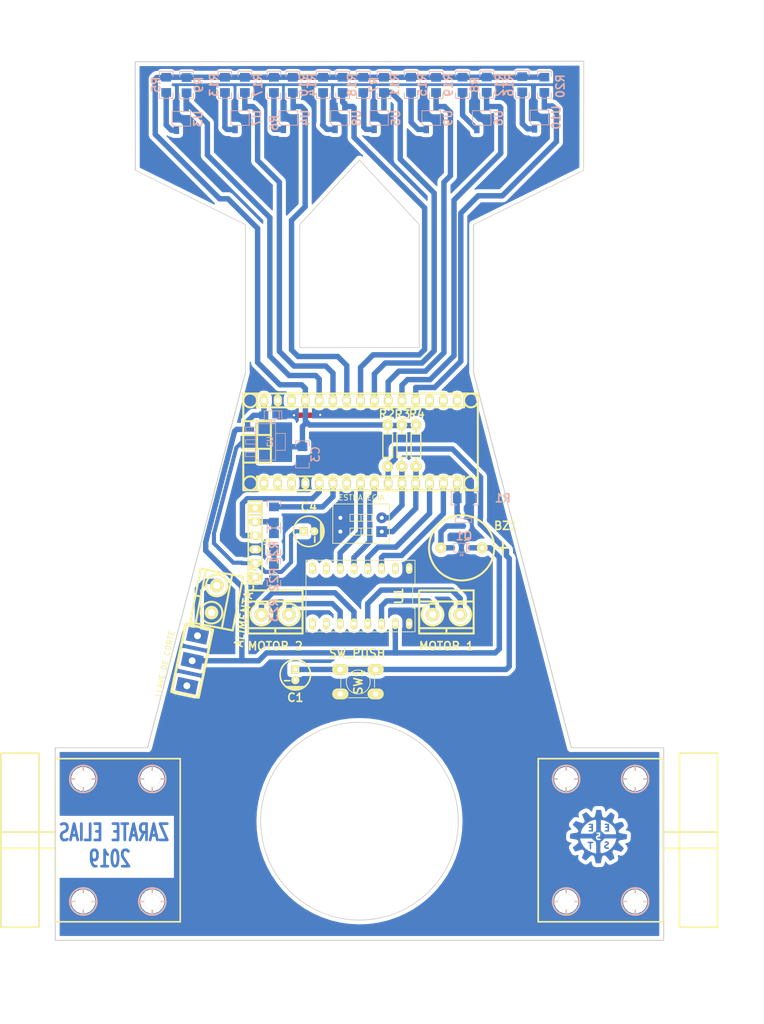
<source format=kicad_pcb>
(kicad_pcb (version 20171130) (host pcbnew "(5.0.2)-1")
  (layers (0 F.Cu signal) (31 B.Cu signal) (34 B.Paste user) (35 F.Paste user) (36 B.SilkS user) (37 F.SilkS user) (38 B.Mask user) (39 F.Mask user) (44 Edge.Cuts user))
  (net 0 "")
  (net 1 /START)
  (net 2 GND)
  (net 3 /VIN)
  (net 4 +5V)
  (net 5 "Net-(BZ1-Pad2)")
  (net 6 /A0)
  (net 7 /A1)
  (net 8 /A2)
  (net 9 /A3)
  (net 10 /A4)
  (net 11 /A5)
  (net 12 /A6)
  (net 13 /A7)
  (net 14 /BUZZER)
  (net 15 /AUX2)
  (net 16 /AUX1)
  (net 17 "Net-(R5-Pad2)")
  (net 18 "Net-(R6-Pad2)")
  (net 19 "Net-(R7-Pad2)")
  (net 20 "Net-(R8-Pad2)")
  (net 21 "Net-(R13-Pad2)")
  (net 22 "Net-(R14-Pad2)")
  (net 23 "Net-(R15-Pad2)")
  (net 24 "Net-(R16-Pad2)")
  (net 25 /MOTOR3)
  (net 26 /MOTOR4)
  (net 27 /MOTOR1)
  (net 28 /MOTOR2)
  (net 29 /M1A)
  (net 30 /M1B)
  (net 31 /M2B)
  (net 32 /M2A)
  (net 33 /tx)
  (net 34 /rx)
  (net 35 "Net-(J5-Pad2)")
  (net 36 "Net-(R22-Pad2)")
  (net 37 /VBAT)
  (module EESTN5:Buzzer_12mm (layer F.Cu) (at 106.8 106.232)
    (fp_text reference BZ1 (at 8.15 -4.057) (layer F.SilkS) (effects (font (size 1.5 1.5) (thickness 0.3))))
    (fp_text value Buzzer hide)
    (pad 2 thru_hole circle (at -3.8 0) (size 2 2) (drill 0.8) (layers *.Cu *.Mask F.SilkS) (net 5 "Net-(BZ1-Pad2)"))
    (pad 1 thru_hole circle (at 3.8 0) (size 2 2) (drill 0.8) (layers *.Cu *.Mask F.SilkS) (net 3 /VIN))
  )
  (module EESTN5:CAP_ELEC_5x11mm (layer F.Cu) (at 76.19 129.57 180)
    (fp_text reference C1 (at 0 -4.2 180) (layer F.SilkS) (effects (font (size 1.524 1.524) (thickness 0.3048))))
    (fp_text value 10UF hide)
    (pad 1 thru_hole rect (at 0 1 180) (size 1.524 1.524) (drill 0.65) (layers *.Cu *.Mask F.SilkS) (net 1 /START))
    (pad 2 thru_hole circle (at 0 -1 180) (size 1.524 1.524) (drill 0.65) (layers *.Cu *.Mask F.SilkS) (net 2 GND))
  )
  (module EESTN5:RES0.3 (layer F.Cu) (at 93.2 87.45 270)
    (fp_text reference R2 (at -5.825 0.175) (layer F.SilkS) (effects (font (size 1.5 1.5) (thickness 0.3))))
    (fp_text value 10K hide)
    (pad 1 thru_hole circle (at -3.81 0 270) (size 1.99898 1.99898) (drill 0.8001) (layers *.Cu *.Mask F.SilkS) (net 4 +5V))
    (pad 2 thru_hole circle (at 3.81 0 270) (size 1.99898 1.99898) (drill 0.8001) (layers *.Cu *.Mask F.SilkS) (net 1 /START))
  )
  (module EESTN5:sod123 (layer B.Cu) (at 106.77 106.232)
    (fp_text reference D1 (at 0 1.30048) (layer B.SilkS) (effects (font (size 0.4 0.4) (thickness 0.1)) (justify mirror)))
    (fp_text value DIODE hide)
    (pad 2 smd rect (at 1.67386 0) (size 0.8509 0.8509) (layers B.Cu B.Paste B.Mask) (net 3 /VIN))
    (pad 1 smd rect (at -1.67386 0) (size 0.8509 0.8509) (layers B.Cu B.Paste B.Mask) (net 5 "Net-(BZ1-Pad2)"))
  )
  (module EESTN5:SOT23 (layer B.Cu) (at 107.134 101.168)
    (fp_text reference Q1 (at 0.1 2.9) (layer B.SilkS) (effects (font (size 1.5 1.5) (thickness 0.3)) (justify mirror)))
    (fp_text value 2N7002 hide)
    (pad 1 smd rect (at -0.9525 -1.05664) (size 0.59944 1.00076) (layers B.Cu B.Paste B.Mask) (net 14 /BUZZER))
    (pad 2 smd rect (at 0 1.05664) (size 0.59944 1.00076) (layers B.Cu B.Paste B.Mask) (net 5 "Net-(BZ1-Pad2)"))
    (pad 3 smd rect (at 0.9525 -1.05664) (size 0.59944 1.00076) (layers B.Cu B.Paste B.Mask) (net 2 GND))
  )
  (module EESTN5:CAP_ELEC_5x11mm (layer F.Cu) (at 78.67 103.2 270)
    (fp_text reference C4 (at -4.475 -0.005) (layer F.SilkS) (effects (font (size 1.524 1.524) (thickness 0.3048))))
    (fp_text value CAPAPOL hide)
    (pad 2 thru_hole circle (at 0 -1 270) (size 1.524 1.524) (drill 0.65) (layers *.Cu *.Mask F.SilkS) (net 2 GND))
    (pad 1 thru_hole rect (at 0 1 270) (size 1.524 1.524) (drill 0.65) (layers *.Cu *.Mask F.SilkS) (net 4 +5V))
  )
  (module EESTN5:arduino_nano_header (layer F.Cu) (at 88.2 86.75)
    (fp_text reference J1 hide)
    (fp_text value Arduino_Nano_Header hide)
    (pad 1 thru_hole oval (at -17.78 7.62) (size 1.524 2.19964) (drill 1.00076) (layers *.Cu *.Mask F.SilkS))
    (pad 2 thru_hole oval (at -15.24 7.62) (size 1.524 2.19964) (drill 1.00076) (layers *.Cu *.Mask F.SilkS))
    (pad 3 thru_hole oval (at -12.7 7.62) (size 1.524 2.19964) (drill 1.00076) (layers *.Cu *.Mask F.SilkS))
    (pad 4 thru_hole oval (at -10.16 7.62) (size 1.524 2.19964) (drill 1.00076) (layers *.Cu *.Mask F.SilkS) (net 2 GND))
    (pad 5 thru_hole oval (at -7.62 7.62) (size 1.524 2.19964) (drill 1.00076) (layers *.Cu *.Mask F.SilkS) (net 33 /tx))
    (pad 6 thru_hole oval (at -5.08 7.62) (size 1.524 2.19964) (drill 1.00076) (layers *.Cu *.Mask F.SilkS) (net 34 /rx))
    (pad 7 thru_hole oval (at -2.54 7.62) (size 1.524 2.19964) (drill 1.00076) (layers *.Cu *.Mask F.SilkS))
    (pad 8 thru_hole oval (at 0 7.62) (size 1.524 2.19964) (drill 1.00076) (layers *.Cu *.Mask F.SilkS) (net 26 /MOTOR4))
    (pad 9 thru_hole oval (at 2.54 7.62) (size 1.524 2.19964) (drill 1.00076) (layers *.Cu *.Mask F.SilkS) (net 25 /MOTOR3))
    (pad 10 thru_hole oval (at 5.08 7.62) (size 1.524 2.19964) (drill 1.00076) (layers *.Cu *.Mask F.SilkS) (net 1 /START))
    (pad 11 thru_hole oval (at 7.62 7.62) (size 1.524 2.19964) (drill 1.00076) (layers *.Cu *.Mask F.SilkS) (net 15 /AUX2))
    (pad 12 thru_hole oval (at 10.16 7.62) (size 1.524 2.19964) (drill 1.00076) (layers *.Cu *.Mask F.SilkS) (net 16 /AUX1))
    (pad 13 thru_hole oval (at 12.7 7.62) (size 1.524 2.19964) (drill 1.00076) (layers *.Cu *.Mask F.SilkS) (net 28 /MOTOR2))
    (pad 14 thru_hole oval (at 15.24 7.62) (size 1.524 2.19964) (drill 1.00076) (layers *.Cu *.Mask F.SilkS) (net 27 /MOTOR1))
    (pad 15 thru_hole oval (at 17.78 7.62) (size 1.524 2.19964) (drill 1.00076) (layers *.Cu *.Mask F.SilkS) (net 14 /BUZZER))
    (pad 16 thru_hole oval (at 17.78 -7.62) (size 1.524 2.19964) (drill 1.00076) (layers *.Cu *.Mask F.SilkS))
    (pad 17 thru_hole oval (at 15.24 -7.62) (size 1.524 2.19964) (drill 1.00076) (layers *.Cu *.Mask F.SilkS))
    (pad 18 thru_hole oval (at 12.7 -7.62) (size 1.524 2.19964) (drill 1.00076) (layers *.Cu *.Mask F.SilkS))
    (pad 19 thru_hole oval (at 10.16 -7.62) (size 1.524 2.19964) (drill 1.00076) (layers *.Cu *.Mask F.SilkS) (net 6 /A0))
    (pad 20 thru_hole oval (at 7.62 -7.62) (size 1.524 2.1971) (drill 1.00076) (layers *.Cu *.Mask F.SilkS) (net 7 /A1))
    (pad 21 thru_hole oval (at 5.08 -7.62) (size 1.524 2.1971) (drill 1.00076) (layers *.Cu *.Mask F.SilkS) (net 8 /A2))
    (pad 22 thru_hole oval (at 2.54 -7.62) (size 1.524 2.1971) (drill 1.00076) (layers *.Cu *.Mask F.SilkS) (net 9 /A3))
    (pad 23 thru_hole oval (at 0 -7.62) (size 1.524 2.1971) (drill 1.00076) (layers *.Cu *.Mask F.SilkS) (net 10 /A4))
    (pad 24 thru_hole oval (at -2.54 -7.62) (size 1.524 2.1971) (drill 0.99822) (layers *.Cu *.Mask F.SilkS) (net 11 /A5))
    (pad 25 thru_hole oval (at -5.08 -7.62) (size 1.524 2.1971) (drill 0.99822) (layers *.Cu *.Mask F.SilkS) (net 12 /A6))
    (pad 26 thru_hole oval (at -7.62 -7.62) (size 1.524 2.1971) (drill 0.99822) (layers *.Cu *.Mask F.SilkS) (net 13 /A7))
    (pad 27 thru_hole oval (at -10.16 -7.62) (size 1.524 2.1971) (drill 0.99822) (layers *.Cu *.Mask F.SilkS) (net 4 +5V))
    (pad 28 thru_hole oval (at -12.7 -7.62) (size 1.524 2.1971) (drill 0.99822) (layers *.Cu *.Mask F.SilkS))
    (pad 29 thru_hole oval (at -15.24 -7.62) (size 1.524 2.1971) (drill 0.99822) (layers *.Cu *.Mask F.SilkS) (net 2 GND))
    (pad 30 thru_hole oval (at -17.78 -7.62) (size 1.524 2.1971) (drill 0.99822) (layers *.Cu *.Mask F.SilkS) (net 3 /VIN))
  )
  (module EESTN5:BORNERA2_AZUL (layer F.Cu) (at 61.25 115.65 259)
    (fp_text reference J2 hide)
    (fp_text value ALIMENTACION (at -0.062 -6.024 259) (layer F.SilkS) (effects (font (size 1.5 1.5) (thickness 0.3))))
    (pad 1 thru_hole circle (at -2.54 0 259) (size 2.5 2.5) (drill 1.3) (layers *.Cu *.Mask F.SilkS) (net 37 /VBAT))
    (pad 2 thru_hole circle (at 2.54 0 259) (size 2.5 2.5) (drill 1.3) (layers *.Cu *.Mask F.SilkS) (net 2 GND))
  )
  (module QRE1113GR (layer B.Cu) (at 121.13 27.09 270)
    (fp_text reference U10 (at 0 -3.1 270) (layer B.SilkS) (effects (font (size 1.5 1.5) (thickness 0.3)) (justify mirror)))
    (fp_text value QRE1113 hide)
    (pad 4 smd rect (at 2.1 -0.9 270) (size 1.4 1) (layers B.Cu B.Paste B.Mask) (net 2 GND))
    (pad 3 smd rect (at -2.1 -0.9 270) (size 1.4 1) (layers B.Cu B.Paste B.Mask) (net 6 /A0))
    (pad 2 smd rect (at -2.1 0.9 270) (size 1.4 1) (layers B.Cu B.Paste B.Mask) (net 2 GND))
    (pad 1 smd rect (at 2.1 0.9 270) (size 1.4 1) (layers B.Cu B.Paste B.Mask) (net 24 "Net-(R16-Pad2)"))
  )
  (module EESTN5:R_1206 (layer B.Cu) (at 117.97 20.993 90)
    (fp_text reference R16 (at -0.089 -2.4 90) (layer B.SilkS) (effects (font (size 1.5 1.5) (thickness 0.3)) (justify mirror)))
    (fp_text value 220 hide)
    (pad 2 smd rect (at -1.397 0 90) (size 1.6002 1.8034) (layers B.Cu B.Paste B.Mask) (net 24 "Net-(R16-Pad2)"))
    (pad 1 smd rect (at 1.397 0 90) (size 1.6002 1.8034) (layers B.Cu B.Paste B.Mask) (net 4 +5V))
  )
  (module EESTN5:R_1206 (layer B.Cu) (at 92.5 21.103 90)
    (fp_text reference R11 (at 0.021 1.988 90) (layer B.SilkS) (effects (font (size 1.5 1.5) (thickness 0.3)) (justify mirror)))
    (fp_text value 1OK hide)
    (pad 1 smd rect (at 1.397 0 90) (size 1.6002 1.8034) (layers B.Cu B.Paste B.Mask) (net 4 +5V))
    (pad 2 smd rect (at -1.397 0 90) (size 1.6002 1.8034) (layers B.Cu B.Paste B.Mask) (net 9 /A3))
  )
  (module EESTN5:Pololu_Micro_Gear_Motor_W_Mount (layer F.Cu) (at 132.4 160 90)
    (fp_text reference Pololu_Micro_Gear_Motor hide)
    (fp_text value VAL** hide)
    (pad 1 thru_hole circle (at 11.2649 6.35 90) (size 3 3) (drill 3) (layers *.Cu F.SilkS))
    (pad 4 thru_hole circle (at -11.2649 6.35 90) (size 3 3) (drill 3) (layers *.Cu F.SilkS))
    (pad 2 thru_hole circle (at 11.2649 -6.35 90) (size 3 3) (drill 3) (layers *.Cu F.SilkS))
    (pad 3 thru_hole circle (at -11.2649 -6.35 90) (size 3 3) (drill 3) (layers *.Cu F.SilkS))
  )
  (module EESTN5:R_1206 (layer B.Cu) (at 122.04 21.08 90)
    (fp_text reference R20 (at -0.256 2.928 90) (layer B.SilkS) (effects (font (size 1.5 1.5) (thickness 0.3)) (justify mirror)))
    (fp_text value 1OK hide)
    (pad 1 smd rect (at 1.397 0 90) (size 1.6002 1.8034) (layers B.Cu B.Paste B.Mask) (net 4 +5V))
    (pad 2 smd rect (at -1.397 0 90) (size 1.6002 1.8034) (layers B.Cu B.Paste B.Mask) (net 6 /A0))
  )
  (module EESTN5:C_1206 (layer B.Cu) (at 77.5 89.047 90)
    (fp_text reference C3 (at 0 2.4 90) (layer B.SilkS) (effects (font (size 1.524 1.524) (thickness 0.254)) (justify mirror)))
    (fp_text value C hide)
    (pad 1 smd rect (at 1.397 0 90) (size 1.6002 1.8034) (layers B.Cu B.Paste B.Mask) (net 4 +5V))
    (pad 2 smd rect (at -1.397 0 90) (size 1.6002 1.8034) (layers B.Cu B.Paste B.Mask) (net 2 GND))
  )
  (module EESTN5:R_1206 (layer B.Cu) (at 107.388 97.104 180)
    (fp_text reference R1 (at -7 0 180) (layer B.SilkS) (effects (font (size 1.5 1.5) (thickness 0.3)) (justify mirror)))
    (fp_text value 10K hide)
    (pad 2 smd rect (at -1.397 0 180) (size 1.6002 1.8034) (layers B.Cu B.Paste B.Mask) (net 2 GND))
    (pad 1 smd rect (at 1.397 0 180) (size 1.6002 1.8034) (layers B.Cu B.Paste B.Mask) (net 14 /BUZZER))
  )
  (module EESTN5:RES0.3 (layer F.Cu) (at 95.8 87.45 270)
    (fp_text reference R3 (at -5.75 -0.1) (layer F.SilkS) (effects (font (size 1.5 1.5) (thickness 0.3))))
    (fp_text value 4K7 hide)
    (pad 2 thru_hole circle (at 3.81 0 270) (size 1.99898 1.99898) (drill 0.8001) (layers *.Cu *.Mask F.SilkS) (net 15 /AUX2))
    (pad 1 thru_hole circle (at -3.81 0 270) (size 1.99898 1.99898) (drill 0.8001) (layers *.Cu *.Mask F.SilkS) (net 4 +5V))
  )
  (module EESTN5:RES0.3 (layer F.Cu) (at 98.4 87.45 90)
    (fp_text reference R4 (at 5.825 0.15 180) (layer F.SilkS) (effects (font (size 1.5 1.5) (thickness 0.3))))
    (fp_text value 4K7 hide)
    (pad 1 thru_hole circle (at -3.81 0 90) (size 1.99898 1.99898) (drill 0.8001) (layers *.Cu *.Mask F.SilkS) (net 16 /AUX1))
    (pad 2 thru_hole circle (at 3.81 0 90) (size 1.99898 1.99898) (drill 0.8001) (layers *.Cu *.Mask F.SilkS) (net 4 +5V))
  )
  (module EESTN5:R_1206 (layer B.Cu) (at 52.42 21.097 90)
    (fp_text reference R5 (at 0.015 -1.874 90) (layer B.SilkS) (effects (font (size 1.5 1.5) (thickness 0.3)) (justify mirror)))
    (fp_text value 220 hide)
    (pad 1 smd rect (at 1.397 0 90) (size 1.6002 1.8034) (layers B.Cu B.Paste B.Mask) (net 4 +5V))
    (pad 2 smd rect (at -1.397 0 90) (size 1.6002 1.8034) (layers B.Cu B.Paste B.Mask) (net 17 "Net-(R5-Pad2)"))
  )
  (module EESTN5:R_1206 (layer B.Cu) (at 72.25 21.1 90)
    (fp_text reference R6 (at -7 0 90) (layer B.SilkS) (effects (font (size 1.5 1.5) (thickness 0.3)) (justify mirror)))
    (fp_text value 220 hide)
    (pad 2 smd rect (at -1.397 0 90) (size 1.6002 1.8034) (layers B.Cu B.Paste B.Mask) (net 18 "Net-(R6-Pad2)"))
    (pad 1 smd rect (at 1.397 0 90) (size 1.6002 1.8034) (layers B.Cu B.Paste B.Mask) (net 4 +5V))
  )
  (module EESTN5:R_1206 (layer B.Cu) (at 88.7 21.103 90)
    (fp_text reference R7 (at 0.021 1.978 90) (layer B.SilkS) (effects (font (size 1.5 1.5) (thickness 0.3)) (justify mirror)))
    (fp_text value 220 hide)
    (pad 2 smd rect (at -1.397 0 90) (size 1.6002 1.8034) (layers B.Cu B.Paste B.Mask) (net 19 "Net-(R7-Pad2)"))
    (pad 1 smd rect (at 1.397 0 90) (size 1.6002 1.8034) (layers B.Cu B.Paste B.Mask) (net 4 +5V))
  )
  (module EESTN5:R_1206 (layer B.Cu) (at 106.97 21.083 90)
    (fp_text reference R8 (at 0.001 2.25 90) (layer B.SilkS) (effects (font (size 1.5 1.5) (thickness 0.3)) (justify mirror)))
    (fp_text value 220 hide)
    (pad 2 smd rect (at -1.397 0 90) (size 1.6002 1.8034) (layers B.Cu B.Paste B.Mask) (net 20 "Net-(R8-Pad2)"))
    (pad 1 smd rect (at 1.397 0 90) (size 1.6002 1.8034) (layers B.Cu B.Paste B.Mask) (net 4 +5V))
  )
  (module EESTN5:R_1206 (layer B.Cu) (at 56.16 21.153 90)
    (fp_text reference R9 (at 0.071 2.26 90) (layer B.SilkS) (effects (font (size 1.5 1.5) (thickness 0.3)) (justify mirror)))
    (fp_text value 1OK hide)
    (pad 2 smd rect (at -1.397 0 90) (size 1.6002 1.8034) (layers B.Cu B.Paste B.Mask) (net 13 /A7))
    (pad 1 smd rect (at 1.397 0 90) (size 1.6002 1.8034) (layers B.Cu B.Paste B.Mask) (net 4 +5V))
  )
  (module EESTN5:R_1206 (layer B.Cu) (at 75.725 21.097 90)
    (fp_text reference R10 (at 0.015 1.999 90) (layer B.SilkS) (effects (font (size 1.5 1.5) (thickness 0.3)) (justify mirror)))
    (fp_text value 1OK hide)
    (pad 1 smd rect (at 1.397 0 90) (size 1.6002 1.8034) (layers B.Cu B.Paste B.Mask) (net 4 +5V))
    (pad 2 smd rect (at -1.397 0 90) (size 1.6002 1.8034) (layers B.Cu B.Paste B.Mask) (net 11 /A5))
  )
  (module EESTN5:R_1206 (layer B.Cu) (at 111.42 21.063 90)
    (fp_text reference R12 (at -0.019 2.372 90) (layer B.SilkS) (effects (font (size 1.5 1.5) (thickness 0.3)) (justify mirror)))
    (fp_text value 1OK hide)
    (pad 1 smd rect (at 1.397 0 90) (size 1.6002 1.8034) (layers B.Cu B.Paste B.Mask) (net 4 +5V))
    (pad 2 smd rect (at -1.397 0 90) (size 1.6002 1.8034) (layers B.Cu B.Paste B.Mask) (net 7 /A1))
  )
  (module EESTN5:R_1206 (layer B.Cu) (at 63.225 21.1 90)
    (fp_text reference R13 (at 0.018 -2.011 90) (layer B.SilkS) (effects (font (size 1.5 1.5) (thickness 0.3)) (justify mirror)))
    (fp_text value 220 hide)
    (pad 2 smd rect (at -1.397 0 90) (size 1.6002 1.8034) (layers B.Cu B.Paste B.Mask) (net 21 "Net-(R13-Pad2)"))
    (pad 1 smd rect (at 1.397 0 90) (size 1.6002 1.8034) (layers B.Cu B.Paste B.Mask) (net 4 +5V))
  )
  (module EESTN5:R_1206 (layer B.Cu) (at 81.3 21.1 90)
    (fp_text reference R14 (at 0.018 -2.052 90) (layer B.SilkS) (effects (font (size 1.5 1.5) (thickness 0.3)) (justify mirror)))
    (fp_text value 220 hide)
    (pad 2 smd rect (at -1.397 0 90) (size 1.6002 1.8034) (layers B.Cu B.Paste B.Mask) (net 22 "Net-(R14-Pad2)"))
    (pad 1 smd rect (at 1.397 0 90) (size 1.6002 1.8034) (layers B.Cu B.Paste B.Mask) (net 4 +5V))
  )
  (module EESTN5:R_1206 (layer B.Cu) (at 97.5 21.083 90)
    (fp_text reference R15 (at 0.001 2.068 90) (layer B.SilkS) (effects (font (size 1.5 1.5) (thickness 0.3)) (justify mirror)))
    (fp_text value 220 hide)
    (pad 2 smd rect (at -1.397 0 90) (size 1.6002 1.8034) (layers B.Cu B.Paste B.Mask) (net 23 "Net-(R15-Pad2)"))
    (pad 1 smd rect (at 1.397 0 90) (size 1.6002 1.8034) (layers B.Cu B.Paste B.Mask) (net 4 +5V))
  )
  (module EESTN5:R_1206 (layer B.Cu) (at 66.9 21.103 90)
    (fp_text reference R17 (at 0.021 2.442 90) (layer B.SilkS) (effects (font (size 1.5 1.5) (thickness 0.3)) (justify mirror)))
    (fp_text value 1OK hide)
    (pad 1 smd rect (at 1.397 0 90) (size 1.6002 1.8034) (layers B.Cu B.Paste B.Mask) (net 4 +5V))
    (pad 2 smd rect (at -1.397 0 90) (size 1.6002 1.8034) (layers B.Cu B.Paste B.Mask) (net 12 /A6))
  )
  (module EESTN5:R_1206 (layer B.Cu) (at 84.9 21.097 90)
    (fp_text reference R18 (at 0.015 1.714 90) (layer B.SilkS) (effects (font (size 1.5 1.5) (thickness 0.3)) (justify mirror)))
    (fp_text value 1OK hide)
    (pad 1 smd rect (at 1.397 0 90) (size 1.6002 1.8034) (layers B.Cu B.Paste B.Mask) (net 4 +5V))
    (pad 2 smd rect (at -1.397 0 90) (size 1.6002 1.8034) (layers B.Cu B.Paste B.Mask) (net 10 /A4))
  )
  (module EESTN5:R_1206 (layer B.Cu) (at 102.1 21.113 90)
    (fp_text reference R19 (at 0.031 2.294 90) (layer B.SilkS) (effects (font (size 1.5 1.5) (thickness 0.3)) (justify mirror)))
    (fp_text value 1OK hide)
    (pad 1 smd rect (at 1.397 0 90) (size 1.6002 1.8034) (layers B.Cu B.Paste B.Mask) (net 4 +5V))
    (pad 2 smd rect (at -1.397 0 90) (size 1.6002 1.8034) (layers B.Cu B.Paste B.Mask) (net 8 /A2))
  )
  (module EESTN5:Pulsador_TH_4 (layer F.Cu) (at 87.72 130.85 270)
    (fp_text reference SW1 (at 0.05 -0.05 270) (layer F.SilkS) (effects (font (size 1.5 1.5) (thickness 0.3))))
    (fp_text value SW_PUSH (at -5.225 0.145) (layer F.SilkS) (effects (font (size 1.5 1.5) (thickness 0.3))))
    (pad 3 thru_hole oval (at -2.25 -3.25 270) (size 2 3) (drill 1.016) (layers *.Cu *.Mask F.SilkS) (net 1 /START))
    (pad 1 thru_hole oval (at 2.25 -3.25 270) (size 2 3) (drill 1.016) (layers *.Cu *.Mask F.SilkS) (net 2 GND))
    (pad 2 thru_hole oval (at 2.25 3.25 270) (size 2 3) (drill 1.016) (layers *.Cu *.Mask F.SilkS) (net 2 GND))
    (pad 4 thru_hole oval (at -2.25 3.25 270) (size 2 3) (drill 1.016) (layers *.Cu *.Mask F.SilkS) (net 1 /START))
  )
  (module EESTN5:Dip_SW_2-300 (layer F.Cu) (at 92.1 103.25 90)
    (fp_text reference ESTRATEGIA (at 6.25 -3.75 180) (layer F.SilkS))
    (fp_text value estrategia hide)
    (pad 1 thru_hole rect (at 0 0 90) (size 2 2) (drill 0.75) (layers *.Cu *.Mask) (net 16 /AUX1))
    (pad 4 thru_hole oval (at 0 -7.62 90) (size 2 2) (drill 0.75) (layers *.Cu *.Mask) (net 2 GND))
    (pad 2 thru_hole oval (at 2.54 0 90) (size 2 2) (drill 0.75) (layers *.Cu *.Mask) (net 15 /AUX2))
    (pad 3 thru_hole oval (at 2.54 -7.62 90) (size 2 2) (drill 0.75) (layers *.Cu *.Mask) (net 2 GND))
  )
  (module EESTN5:DRV8833_Pololu (layer F.Cu) (at 88.25 115.1 180)
    (fp_text reference U1 (at -7 0 270) (layer F.SilkS) (effects (font (size 1.5 1.5) (thickness 0.3))))
    (fp_text value DRV8833_POLOLU hide)
    (pad 16 thru_hole oval (at -8.89 -5.08 180) (size 1.2 2) (drill 0.8) (layers *.Cu *.Mask F.SilkS) (net 2 GND))
    (pad 1 thru_hole oval (at -8.89 5.08 180) (size 1.2 2) (drill 0.8) (layers *.Cu *.Mask F.SilkS) (net 2 GND))
    (pad 15 thru_hole oval (at -6.35 -5.08 180) (size 1.2 2) (drill 0.8) (layers *.Cu *.Mask F.SilkS) (net 3 /VIN))
    (pad 2 thru_hole oval (at -6.35 5.08 180) (size 1.2 2) (drill 0.8) (layers *.Cu *.Mask F.SilkS))
    (pad 14 thru_hole oval (at -3.81 -5.08 180) (size 1.2 2) (drill 0.8) (layers *.Cu *.Mask F.SilkS) (net 29 /M1A))
    (pad 3 thru_hole oval (at -3.81 5.08 180) (size 1.2 2) (drill 0.8) (layers *.Cu *.Mask F.SilkS) (net 27 /MOTOR1))
    (pad 13 thru_hole oval (at -1.27 -5.08 180) (size 1.2 2) (drill 0.8) (layers *.Cu *.Mask F.SilkS) (net 30 /M1B))
    (pad 4 thru_hole oval (at -1.27 5.08 180) (size 1.2 2) (drill 0.8) (layers *.Cu *.Mask F.SilkS) (net 28 /MOTOR2))
    (pad 12 thru_hole oval (at 1.27 -5.08 180) (size 1.2 2) (drill 0.8) (layers *.Cu *.Mask F.SilkS) (net 31 /M2B))
    (pad 5 thru_hole oval (at 1.27 5.08 180) (size 1.2 2) (drill 0.8) (layers *.Cu *.Mask F.SilkS) (net 25 /MOTOR3))
    (pad 11 thru_hole oval (at 3.81 -5.08 180) (size 1.2 2) (drill 0.8) (layers *.Cu *.Mask F.SilkS) (net 32 /M2A))
    (pad 6 thru_hole oval (at 3.81 5.08 180) (size 1.2 2) (drill 0.8) (layers *.Cu *.Mask F.SilkS) (net 26 /MOTOR4))
    (pad 10 thru_hole oval (at 6.35 -5.08 180) (size 1.2 2) (drill 0.8) (layers *.Cu *.Mask F.SilkS))
    (pad 7 thru_hole oval (at 6.35 5.08 180) (size 1.2 2) (drill 0.8) (layers *.Cu *.Mask F.SilkS))
    (pad 9 thru_hole oval (at 8.89 -5.08 180) (size 1.2 2) (drill 0.8) (layers *.Cu *.Mask F.SilkS))
    (pad 8 thru_hole oval (at 8.89 5.08 180) (size 1.2 2) (drill 0.8) (layers *.Cu *.Mask F.SilkS))
  )
  (module EESTN5:SOT223 (layer B.Cu) (at 70.7 86.75 90)
    (fp_text reference U2 (at 0.0508 0.8382 90) (layer B.SilkS) (effects (font (size 1.00076 1.00076) (thickness 0.20066)) (justify mirror)))
    (fp_text value LM1117-SOT hide)
    (pad 1 smd rect (at -2.3 -3.3 90) (size 1 2.4) (layers B.Cu B.Paste B.Mask) (net 2 GND))
    (pad 2 smd rect (at 0 -3.3 90) (size 1 2.4) (layers B.Cu B.Paste B.Mask) (net 4 +5V))
    (pad 3 smd rect (at 2.3 -3.3 90) (size 1 2.4) (layers B.Cu B.Paste B.Mask) (net 3 /VIN))
    (pad 4 smd rect (at 0 3.15 90) (size 3.8 2.4) (layers B.Cu B.Paste B.Mask) (net 4 +5V))
  )
  (module EESTN5:BORNERA2_AZUL (layer F.Cu) (at 104 118.5)
    (fp_text reference J3 hide)
    (fp_text value "MOTOR 1" (at 0 5.8) (layer F.SilkS) (effects (font (size 1.5 1.5) (thickness 0.3))))
    (pad 1 thru_hole circle (at -2.54 0) (size 2.5 2.5) (drill 1.3) (layers *.Cu *.Mask F.SilkS) (net 29 /M1A))
    (pad 2 thru_hole circle (at 2.54 0) (size 2.5 2.5) (drill 1.3) (layers *.Cu *.Mask F.SilkS) (net 30 /M1B))
  )
  (module EESTN5:BORNERA2_AZUL (layer F.Cu) (at 72.5 118.5)
    (fp_text reference J4 hide)
    (fp_text value "MOTOR 2" (at 0 5.8) (layer F.SilkS) (effects (font (size 1.5 1.5) (thickness 0.3))))
    (pad 2 thru_hole circle (at 2.54 0) (size 2.5 2.5) (drill 1.3) (layers *.Cu *.Mask F.SilkS) (net 32 /M2A))
    (pad 1 thru_hole circle (at -2.54 0) (size 2.5 2.5) (drill 1.3) (layers *.Cu *.Mask F.SilkS) (net 31 /M2B))
  )
  (module EESTN5:Pololu_Micro_Gear_Motor_W_Mount (layer F.Cu) (at 43.5 160 270)
    (fp_text reference Pololu_Micro_Gear_Motor hide)
    (fp_text value VAL** hide)
    (pad 3 thru_hole circle (at -11.2649 -6.35 270) (size 3 3) (drill 3) (layers *.Cu F.SilkS))
    (pad 2 thru_hole circle (at 11.2649 -6.35 270) (size 3 3) (drill 3) (layers *.Cu F.SilkS))
    (pad 4 thru_hole circle (at -11.2649 6.35 270) (size 3 3) (drill 3) (layers *.Cu F.SilkS))
    (pad 1 thru_hole circle (at 11.2649 6.35 270) (size 3 3) (drill 3) (layers *.Cu F.SilkS))
  )
  (module QRE1113GR (layer B.Cu) (at 55.2 27.34 270)
    (fp_text reference U3 (at 0 -3.1 270) (layer B.SilkS) (effects (font (size 1.5 1.5) (thickness 0.3)) (justify mirror)))
    (fp_text value QRE1113 hide)
    (pad 1 smd rect (at 2.1 0.9 270) (size 1.4 1) (layers B.Cu B.Paste B.Mask) (net 17 "Net-(R5-Pad2)"))
    (pad 2 smd rect (at -2.1 0.9 270) (size 1.4 1) (layers B.Cu B.Paste B.Mask) (net 2 GND))
    (pad 3 smd rect (at -2.1 -0.9 270) (size 1.4 1) (layers B.Cu B.Paste B.Mask) (net 13 /A7))
    (pad 4 smd rect (at 2.1 -0.9 270) (size 1.4 1) (layers B.Cu B.Paste B.Mask) (net 2 GND))
  )
  (module QRE1113GR (layer B.Cu) (at 74.9 27.178 270)
    (fp_text reference U4 (at 0 -3.1 270) (layer B.SilkS) (effects (font (size 1.5 1.5) (thickness 0.3)) (justify mirror)))
    (fp_text value QRE1113 hide)
    (pad 1 smd rect (at 2.1 0.9 270) (size 1.4 1) (layers B.Cu B.Paste B.Mask) (net 18 "Net-(R6-Pad2)"))
    (pad 2 smd rect (at -2.1 0.9 270) (size 1.4 1) (layers B.Cu B.Paste B.Mask) (net 2 GND))
    (pad 3 smd rect (at -2.1 -0.9 270) (size 1.4 1) (layers B.Cu B.Paste B.Mask) (net 11 /A5))
    (pad 4 smd rect (at 2.1 -0.9 270) (size 1.4 1) (layers B.Cu B.Paste B.Mask) (net 2 GND))
  )
  (module QRE1113GR (layer B.Cu) (at 91.6 27.178 270)
    (fp_text reference U5 (at 0 -3.1 270) (layer B.SilkS) (effects (font (size 1.5 1.5) (thickness 0.3)) (justify mirror)))
    (fp_text value QRE1113 hide)
    (pad 4 smd rect (at 2.1 -0.9 270) (size 1.4 1) (layers B.Cu B.Paste B.Mask) (net 2 GND))
    (pad 3 smd rect (at -2.1 -0.9 270) (size 1.4 1) (layers B.Cu B.Paste B.Mask) (net 9 /A3))
    (pad 2 smd rect (at -2.1 0.9 270) (size 1.4 1) (layers B.Cu B.Paste B.Mask) (net 2 GND))
    (pad 1 smd rect (at 2.1 0.9 270) (size 1.4 1) (layers B.Cu B.Paste B.Mask) (net 19 "Net-(R7-Pad2)"))
  )
  (module QRE1113GR (layer B.Cu) (at 110.5 27.19 270)
    (fp_text reference U6 (at 0 -3.1 270) (layer B.SilkS) (effects (font (size 1.5 1.5) (thickness 0.3)) (justify mirror)))
    (fp_text value QRE1113 hide)
    (pad 1 smd rect (at 2.1 0.9 270) (size 1.4 1) (layers B.Cu B.Paste B.Mask) (net 20 "Net-(R8-Pad2)"))
    (pad 2 smd rect (at -2.1 0.9 270) (size 1.4 1) (layers B.Cu B.Paste B.Mask) (net 2 GND))
    (pad 3 smd rect (at -2.1 -0.9 270) (size 1.4 1) (layers B.Cu B.Paste B.Mask) (net 7 /A1))
    (pad 4 smd rect (at 2.1 -0.9 270) (size 1.4 1) (layers B.Cu B.Paste B.Mask) (net 2 GND))
  )
  (module QRE1113GR (layer B.Cu) (at 66 27.2 270)
    (fp_text reference U7 (at 0 -3.1 270) (layer B.SilkS) (effects (font (size 1.5 1.5) (thickness 0.3)) (justify mirror)))
    (fp_text value QRE1113 hide)
    (pad 4 smd rect (at 2.1 -0.9 270) (size 1.4 1) (layers B.Cu B.Paste B.Mask) (net 2 GND))
    (pad 3 smd rect (at -2.1 -0.9 270) (size 1.4 1) (layers B.Cu B.Paste B.Mask) (net 12 /A6))
    (pad 2 smd rect (at -2.1 0.9 270) (size 1.4 1) (layers B.Cu B.Paste B.Mask) (net 2 GND))
    (pad 1 smd rect (at 2.1 0.9 270) (size 1.4 1) (layers B.Cu B.Paste B.Mask) (net 21 "Net-(R13-Pad2)"))
  )
  (module QRE1113GR (layer B.Cu) (at 84.4 27.178 270)
    (fp_text reference U8 (at 0 -3.1 270) (layer B.SilkS) (effects (font (size 1.5 1.5) (thickness 0.3)) (justify mirror)))
    (fp_text value QRE1113 hide)
    (pad 4 smd rect (at 2.1 -0.9 270) (size 1.4 1) (layers B.Cu B.Paste B.Mask) (net 2 GND))
    (pad 3 smd rect (at -2.1 -0.9 270) (size 1.4 1) (layers B.Cu B.Paste B.Mask) (net 10 /A4))
    (pad 2 smd rect (at -2.1 0.9 270) (size 1.4 1) (layers B.Cu B.Paste B.Mask) (net 2 GND))
    (pad 1 smd rect (at 2.1 0.9 270) (size 1.4 1) (layers B.Cu B.Paste B.Mask) (net 22 "Net-(R14-Pad2)"))
  )
  (module QRE1113GR (layer B.Cu) (at 101.2 27.2 270)
    (fp_text reference U9 (at 0 -3.1 270) (layer B.SilkS) (effects (font (size 1.5 1.5) (thickness 0.3)) (justify mirror)))
    (fp_text value QRE1113 hide)
    (pad 1 smd rect (at 2.1 0.9 270) (size 1.4 1) (layers B.Cu B.Paste B.Mask) (net 23 "Net-(R15-Pad2)"))
    (pad 2 smd rect (at -2.1 0.9 270) (size 1.4 1) (layers B.Cu B.Paste B.Mask) (net 2 GND))
    (pad 3 smd rect (at -2.1 -0.9 270) (size 1.4 1) (layers B.Cu B.Paste B.Mask) (net 8 /A2))
    (pad 4 smd rect (at 2.1 -0.9 270) (size 1.4 1) (layers B.Cu B.Paste B.Mask) (net 2 GND))
  )
  (module "logos para kicad:ve" (layer F.Cu) (at 124.475 61.875)
    (fp_text reference G*** hide)
    (fp_text value LOGO hide)
  )
  (module EESTN5:Pin_Header_6 (layer F.Cu) (at 68.8 105.25 270)
    (fp_text reference J5 (at 0 -2.159 270) (layer F.SilkS) (effects (font (size 1.016 1.016) (thickness 0.2032))))
    (fp_text value bluetooth hide)
    (pad 1 thru_hole rect (at -6.35 0 270) (size 1.524 2.19964) (drill 1.00076) (layers *.Cu *.Mask F.SilkS))
    (pad 2 thru_hole oval (at -3.81 0 270) (size 1.524 2.19964) (drill 1.00076) (layers *.Cu *.Mask F.SilkS) (net 35 "Net-(J5-Pad2)"))
    (pad 3 thru_hole oval (at -1.27 0 270) (size 1.524 2.19964) (drill 1.00076) (layers *.Cu *.Mask F.SilkS) (net 33 /tx))
    (pad 4 thru_hole oval (at 1.27 0 270) (size 1.524 2.19964) (drill 1.00076) (layers *.Cu *.Mask F.SilkS) (net 2 GND))
    (pad 5 thru_hole oval (at 3.81 0 270) (size 1.524 2.19964) (drill 1.00076) (layers *.Cu *.Mask F.SilkS) (net 4 +5V))
    (pad 6 thru_hole oval (at 6.35 0 270) (size 1.524 2.19964) (drill 1.00076) (layers *.Cu *.Mask F.SilkS))
  )
  (module EESTN5:R_1206 (layer B.Cu) (at 72.25 100.103 90)
    (fp_text reference R21 (at -7 0 90) (layer B.SilkS) (effects (font (size 1.5 1.5) (thickness 0.3)) (justify mirror)))
    (fp_text value 1k hide)
    (pad 1 smd rect (at 1.397 0 90) (size 1.6002 1.8034) (layers B.Cu B.Paste B.Mask) (net 34 /rx))
    (pad 2 smd rect (at -1.397 0 90) (size 1.6002 1.8034) (layers B.Cu B.Paste B.Mask) (net 35 "Net-(J5-Pad2)"))
  )
  (module EESTN5:R_1206 (layer B.Cu) (at 72.25 105.05 90)
    (fp_text reference R22 (at -7 0 90) (layer B.SilkS) (effects (font (size 1.5 1.5) (thickness 0.3)) (justify mirror)))
    (fp_text value 1k hide)
    (pad 1 smd rect (at 1.397 0 90) (size 1.6002 1.8034) (layers B.Cu B.Paste B.Mask) (net 35 "Net-(J5-Pad2)"))
    (pad 2 smd rect (at -1.397 0 90) (size 1.6002 1.8034) (layers B.Cu B.Paste B.Mask) (net 36 "Net-(R22-Pad2)"))
  )
  (module EESTN5:R_1206 (layer B.Cu) (at 72.25 110.697 90)
    (fp_text reference R23 (at -7 0 90) (layer B.SilkS) (effects (font (size 1.5 1.5) (thickness 0.3)) (justify mirror)))
    (fp_text value 1k hide)
    (pad 2 smd rect (at -1.397 0 90) (size 1.6002 1.8034) (layers B.Cu B.Paste B.Mask) (net 2 GND))
    (pad 1 smd rect (at 1.397 0 90) (size 1.6002 1.8034) (layers B.Cu B.Paste B.Mask) (net 36 "Net-(R22-Pad2)"))
  )
  (module EESTN5:LOGO_EESTN5_F.Cu (layer B.Cu) (at 132 159.25 180)
    (fp_text reference G*** hide)
    (fp_text value LOGO hide)
    (fp_poly (pts (xy 1.705551 2.272405) (xy 1.835577 2.225332) (xy 1.862666 2.159) (xy 1.798407 2.065069) (xy 1.593322 2.03223) (xy 1.566333 2.032) (xy 1.34716 2.004461) (xy 1.270535 1.916567) (xy 1.27 1.905) (xy 1.345728 1.804174) (xy 1.524 1.778) (xy 1.725652 1.740136) (xy 1.778 1.651) (xy 1.702271 1.550174) (xy 1.524 1.524) (xy 1.342473 1.501219) (xy 1.276065 1.404379) (xy 1.27 1.312334) (xy 1.29214 1.169192) (xy 1.391771 1.110593) (xy 1.566333 1.100667) (xy 1.785506 1.073127) (xy 1.86213 0.985234) (xy 1.862666 0.973667) (xy 1.817347 0.893802) (xy 1.660439 0.854794) (xy 1.439333 0.846667) (xy 1.016 0.846667) (xy 1.016 2.286) (xy 1.439333 2.286) (xy 1.705551 2.272405)) (layer B.Cu) (width 0.01))
    (fp_poly (pts (xy -1.257782 2.272405) (xy -1.127756 2.225332) (xy -1.100667 2.159) (xy -1.164927 2.065069) (xy -1.370012 2.03223) (xy -1.397 2.032) (xy -1.616174 2.004461) (xy -1.692798 1.916567) (xy -1.693334 1.905) (xy -1.617606 1.804174) (xy -1.439334 1.778) (xy -1.237682 1.740136) (xy -1.185334 1.651) (xy -1.261062 1.550174) (xy -1.439334 1.524) (xy -1.620861 1.501219) (xy -1.687268 1.404379) (xy -1.693334 1.312334) (xy -1.671194 1.169192) (xy -1.571562 1.110593) (xy -1.397 1.100667) (xy -1.177827 1.073127) (xy -1.101203 0.985234) (xy -1.100667 0.973667) (xy -1.145987 0.893802) (xy -1.302894 0.854794) (xy -1.524 0.846667) (xy -1.947334 0.846667) (xy -1.947334 2.286) (xy -1.524 2.286) (xy -1.257782 2.272405)) (layer B.Cu) (width 0.01))
    (fp_poly (pts (xy -1.224388 -0.994294) (xy -1.119465 -1.107382) (xy -1.117177 -1.117378) (xy -1.124883 -1.20801) (xy -1.22321 -1.231928) (xy -1.403013 -1.210289) (xy -1.607814 -1.189767) (xy -1.682254 -1.224636) (xy -1.676844 -1.278244) (xy -1.574738 -1.409035) (xy -1.462844 -1.484972) (xy -1.16255 -1.682287) (xy -1.026956 -1.8867) (xy -1.05778 -2.093831) (xy -1.170834 -2.230544) (xy -1.349479 -2.323026) (xy -1.584162 -2.368778) (xy -1.797042 -2.358754) (xy -1.890889 -2.314222) (xy -1.955813 -2.183869) (xy -1.870185 -2.095172) (xy -1.65085 -2.06423) (xy -1.629834 -2.064676) (xy -1.3962 -2.041962) (xy -1.318004 -1.964509) (xy -1.396119 -1.846728) (xy -1.608667 -1.714205) (xy -1.844803 -1.537441) (xy -1.932306 -1.33122) (xy -1.863156 -1.120897) (xy -1.81422 -1.064314) (xy -1.636681 -0.967819) (xy -1.418432 -0.946126) (xy -1.224388 -0.994294)) (layer B.Cu) (width 0.01))
    (fp_poly (pts (xy 1.790356 -1.024478) (xy 1.961928 -1.054774) (xy 2.02797 -1.114177) (xy 2.032 -1.143) (xy 1.958399 -1.245143) (xy 1.820333 -1.27) (xy 1.709749 -1.278715) (xy 1.646459 -1.329459) (xy 1.617286 -1.459132) (xy 1.609052 -1.704631) (xy 1.608666 -1.862666) (xy 1.601197 -2.184672) (xy 1.574342 -2.368966) (xy 1.521426 -2.446692) (xy 1.481666 -2.455333) (xy 1.412665 -2.420478) (xy 1.373173 -2.295153) (xy 1.356518 -2.048212) (xy 1.354666 -1.862666) (xy 1.351554 -1.55303) (xy 1.33343 -1.375819) (xy 1.287119 -1.294135) (xy 1.199441 -1.271078) (xy 1.143 -1.27) (xy 0.972761 -1.225839) (xy 0.931333 -1.143) (xy 0.968073 -1.071763) (xy 1.099355 -1.03217) (xy 1.356768 -1.016929) (xy 1.481666 -1.016) (xy 1.790356 -1.024478)) (layer B.Cu) (width 0.01))
    (fp_poly (pts (xy 0.539361 4.151857) (xy 0.613933 3.818777) (xy 0.675789 3.615221) (xy 0.746422 3.504868) (xy 0.847324 3.4514) (xy 0.970023 3.424098) (xy 1.145299 3.406255) (xy 1.284159 3.449773) (xy 1.439308 3.581438) (xy 1.580409 3.734317) (xy 1.859395 4.043435) (xy 2.049383 4.243541) (xy 2.171009 4.354672) (xy 2.244906 4.39687) (xy 2.264833 4.398995) (xy 2.375118 4.357122) (xy 2.561062 4.260084) (xy 2.76462 4.141534) (xy 2.927749 4.035128) (xy 2.992105 3.977308) (xy 2.969059 3.88328) (xy 2.895782 3.673804) (xy 2.786828 3.389883) (xy 2.757835 3.317324) (xy 2.510004 2.7017) (xy 2.695716 2.515988) (xy 2.881428 2.330275) (xy 3.536214 2.56659) (xy 4.191 2.802904) (xy 4.464907 2.480952) (xy 4.622881 2.286636) (xy 4.722472 2.147555) (xy 4.740073 2.110536) (xy 4.681507 2.036295) (xy 4.524234 1.880191) (xy 4.297747 1.670992) (xy 4.201938 1.585565) (xy 3.931215 1.336576) (xy 3.772658 1.159728) (xy 3.703898 1.024329) (xy 3.702463 0.900236) (xy 3.741727 0.780219) (xy 3.827105 0.697209) (xy 3.992135 0.636975) (xy 4.270355 0.585291) (xy 4.529666 0.549293) (xy 4.876918 0.5005) (xy 5.089422 0.448985) (xy 5.200267 0.369555) (xy 5.242541 0.237014) (xy 5.249331 0.026169) (xy 5.249333 0.001311) (xy 5.249333 -0.409301) (xy 4.821832 -0.500984) (xy 4.531353 -0.554948) (xy 4.279094 -0.587898) (xy 4.19288 -0.592666) (xy 3.992397 -0.644554) (xy 3.814439 -0.767657) (xy 3.726608 -0.913137) (xy 3.725333 -0.930456) (xy 3.697673 -1.068866) (xy 3.680821 -1.118146) (xy 3.724177 -1.230398) (xy 3.900954 -1.411134) (xy 4.188821 -1.639824) (xy 4.444975 -1.832685) (xy 4.638057 -1.987161) (xy 4.73557 -2.07694) (xy 4.741333 -2.087176) (xy 4.702094 -2.178074) (xy 4.601932 -2.364055) (xy 4.526645 -2.495183) (xy 4.311957 -2.86152) (xy 3.641576 -2.641747) (xy 3.311848 -2.536019) (xy 3.101924 -2.481175) (xy 2.97109 -2.474177) (xy 2.878633 -2.511984) (xy 2.79793 -2.578776) (xy 2.684497 -2.698445) (xy 2.638803 -2.820406) (xy 2.662788 -2.987252) (xy 2.758396 -3.241572) (xy 2.836333 -3.420879) (xy 2.947904 -3.683896) (xy 3.024596 -3.885222) (xy 3.048 -3.970496) (xy 2.983236 -4.054415) (xy 2.818165 -4.189294) (xy 2.698733 -4.272631) (xy 2.349467 -4.503764) (xy 1.826995 -3.985935) (xy 1.571156 -3.73725) (xy 1.398047 -3.590519) (xy 1.272476 -3.52617) (xy 1.159252 -3.52463) (xy 1.053372 -3.555658) (xy 0.924955 -3.613874) (xy 0.835005 -3.706389) (xy 0.763325 -3.871463) (xy 0.68972 -4.147351) (xy 0.650268 -4.319271) (xy 0.498314 -4.995333) (xy -0.411328 -4.995333) (xy -0.50736 -4.5085) (xy -0.591258 -4.108407) (xy -0.664258 -3.843771) (xy -0.741455 -3.682721) (xy -0.837942 -3.593386) (xy -0.963523 -3.545299) (xy -1.108962 -3.537071) (xy -1.264686 -3.602976) (xy -1.452317 -3.760547) (xy -1.693481 -4.027318) (xy -1.951466 -4.346356) (xy -2.118691 -4.558948) (xy -2.519846 -4.339498) (xy -2.745917 -4.215493) (xy -2.900447 -4.1301) (xy -2.941364 -4.106938) (xy -2.925799 -4.026779) (xy -2.866548 -3.824897) (xy -2.775095 -3.53966) (xy -2.740404 -3.435559) (xy -2.633263 -3.110289) (xy -2.577935 -2.904831) (xy -2.571464 -2.778763) (xy -2.610892 -2.691668) (xy -2.68044 -2.615931) (xy -2.765973 -2.539397) (xy -2.855413 -2.505628) (xy -2.988705 -2.517687) (xy -3.205794 -2.57864) (xy -3.511289 -2.679668) (xy -4.18078 -2.904765) (xy -4.418724 -2.619747) (xy -4.56483 -2.426284) (xy -4.649125 -2.278965) (xy -4.657262 -2.246864) (xy -4.598523 -2.152957) (xy -4.441822 -1.980728) (xy -4.217331 -1.762566) (xy -4.14164 -1.693333) (xy -3.88432 -1.453275) (xy -3.735721 -1.286469) (xy -3.673316 -1.159174) (xy -3.674582 -1.037644) (xy -3.682045 -1.004845) (xy -3.721971 -0.895506) (xy -3.798529 -0.820057) (xy -3.946993 -0.763383) (xy -4.202638 -0.710367) (xy -4.472833 -0.665981) (xy -5.207 -0.549938) (xy -5.214403 -0.423333) (xy -3.305227 -0.423333) (xy -3.2502 -0.656166) (xy -3.013172 -1.323016) (xy -2.644907 -1.918903) (xy -2.167421 -2.419522) (xy -1.602732 -2.800566) (xy -1.132503 -2.994096) (xy -0.81516 -3.090169) (xy -0.596032 -3.135588) (xy -0.456965 -3.109318) (xy -0.379808 -2.990329) (xy -0.346406 -2.757586) (xy -0.338606 -2.390057) (xy -0.33866 -2.107666) (xy 0.423333 -2.107666) (xy 0.423333 -3.199333) (xy 0.767873 -3.12192) (xy 1.031754 -3.040452) (xy 1.361932 -2.908805) (xy 1.617045 -2.78977) (xy 1.944252 -2.603669) (xy 2.26312 -2.388654) (xy 2.445214 -2.242736) (xy 2.707016 -1.94742) (xy 2.967115 -1.557063) (xy 3.187016 -1.137956) (xy 3.328224 -0.756388) (xy 3.341958 -0.6985) (xy 3.400121 -0.423333) (xy 1.24819 -0.423333) (xy 0.920184 -0.719666) (xy 0.718894 -0.887939) (xy 0.561573 -0.995307) (xy 0.507756 -1.016) (xy 0.4717 -1.097552) (xy 0.444693 -1.330094) (xy 0.428139 -1.695457) (xy 0.423333 -2.107666) (xy -0.33866 -2.107666) (xy -0.338667 -2.074333) (xy -0.342196 -1.620223) (xy -0.354565 -1.311408) (xy -0.378446 -1.123962) (xy -0.416512 -1.033957) (xy -0.456896 -1.016) (xy -0.579897 -0.956565) (xy -0.754009 -0.80635) (xy -0.83531 -0.719666) (xy -0.980075 -0.554787) (xy -0.423334 -0.554787) (xy -0.353129 -0.684246) (xy -0.177325 -0.747288) (xy 0.051862 -0.738881) (xy 0.282214 -0.653993) (xy 0.324585 -0.626866) (xy 0.468277 -0.465976) (xy 0.492508 -0.234594) (xy 0.491591 -0.224699) (xy 0.440212 -0.024699) (xy 0.300828 0.085076) (xy 0.1905 0.123343) (xy -0.015317 0.218891) (xy -0.079307 0.321746) (xy 0.000782 0.399964) (xy 0.169333 0.423334) (xy 0.370985 0.461198) (xy 0.423333 0.550334) (xy 0.373471 0.634041) (xy 0.20393 0.67217) (xy 0.042333 0.677334) (xy -0.338667 0.677334) (xy -0.338667 0.301698) (xy -0.330542 0.06856) (xy -0.28347 -0.045072) (xy -0.163409 -0.088954) (xy -0.0635 -0.100468) (xy 0.135797 -0.14694) (xy 0.208528 -0.252149) (xy 0.211666 -0.296333) (xy 0.183034 -0.408533) (xy 0.066884 -0.453168) (xy -0.105834 -0.456009) (xy -0.339492 -0.475785) (xy -0.423249 -0.551435) (xy -0.423334 -0.554787) (xy -0.980075 -0.554787) (xy -1.095494 -0.423333) (xy -3.305227 -0.423333) (xy -5.214403 -0.423333) (xy -5.232027 -0.121935) (xy -5.257053 0.306067) (xy -4.681693 0.415636) (xy -4.276338 0.493947) (xy -4.007454 0.552764) (xy -3.845146 0.604172) (xy -3.793785 0.637815) (xy -3.217334 0.637815) (xy -3.217334 0.338667) (xy -1.128843 0.338667) (xy -0.776088 0.664328) (xy -0.423334 0.989989) (xy -0.423334 2.002278) (xy 0.423333 2.002278) (xy 0.423333 0.945145) (xy 0.719666 0.762) (xy 0.9052 0.62955) (xy 1.008424 0.521323) (xy 1.016 0.498638) (xy 1.096786 0.467835) (xy 1.32412 0.447345) (xy 1.675466 0.438302) (xy 2.128287 0.441844) (xy 2.137833 0.442043) (xy 3.259666 0.465667) (xy 3.233221 0.711733) (xy 3.112748 1.138874) (xy 2.859857 1.580812) (xy 2.505286 2.007024) (xy 2.079775 2.386987) (xy 1.614062 2.690181) (xy 1.138885 2.886082) (xy 1.012633 2.916685) (xy 0.768622 2.969346) (xy 0.57827 3.015809) (xy 0.5715 3.017694) (xy 0.509886 3.021774) (xy 0.468111 2.975683) (xy 0.44238 2.85341) (xy 0.428899 2.628949) (xy 0.423871 2.276289) (xy 0.423333 2.002278) (xy -0.423334 2.002278) (xy -0.423334 2.963334) (xy -0.631824 2.963334) (xy -0.962471 2.908346) (xy -1.366107 2.758565) (xy -1.793853 2.536766) (xy -2.196832 2.265724) (xy -2.291533 2.189985) (xy -2.698486 1.787206) (xy -3.000483 1.354628) (xy -3.177849 0.925242) (xy -3.217334 0.637815) (xy -3.793785 0.637815) (xy -3.759524 0.660256) (xy -3.720693 0.733098) (xy -3.703308 0.811154) (xy -3.706848 0.941961) (xy -3.786238 1.081332) (xy -3.965688 1.262632) (xy -4.139283 1.411952) (xy -4.381611 1.614247) (xy -4.575097 1.775937) (xy -4.680862 1.864533) (xy -4.684694 1.867764) (xy -4.691098 1.970977) (xy -4.627829 2.16599) (xy -4.572893 2.284251) (xy -4.452042 2.500176) (xy -4.344728 2.598304) (xy -4.194602 2.615078) (xy -4.0792 2.60354) (xy -3.806817 2.547874) (xy -3.48659 2.452027) (xy -3.365098 2.407471) (xy -2.962528 2.249177) (xy -2.586454 2.625251) (xy -2.785005 3.208458) (xy -2.878316 3.507216) (xy -2.938197 3.748097) (xy -2.952785 3.882679) (xy -2.951494 3.887854) (xy -2.864556 3.985317) (xy -2.680796 4.122545) (xy -2.571491 4.19153) (xy -2.223552 4.399015) (xy -1.776316 3.884817) (xy -1.546227 3.628086) (xy -1.386242 3.479477) (xy -1.260197 3.415278) (xy -1.131928 3.411774) (xy -1.070915 3.422251) (xy -0.908518 3.463784) (xy -0.799582 3.533441) (xy -0.723458 3.666416) (xy -0.659498 3.897905) (xy -0.591529 4.239364) (xy -0.480839 4.826) (xy 0.394495 4.826) (xy 0.539361 4.151857)) (layer B.Cu) (width 0.01))
  )
  (module EESTN5:SW_SPDT_TH_Vertical (layer F.Cu) (at 57.2 127 168)
    (fp_text reference "LLAVE DE CORTE" (at 4.77 -1.586 258) (layer F.SilkS))
    (fp_text value SW_SPDT hide)
    (pad 3 thru_hole rect (at 0 4.7 168) (size 3.81 2.54) (drill 1.27) (layers *.Cu *.Mask) (net 37 /VBAT))
    (pad 1 thru_hole rect (at 0 -4.7 168) (size 3.81 2.54) (drill 1.27) (layers *.Cu *.Mask))
    (pad 2 thru_hole rect (at 0 0 168) (size 3.81 2.54) (drill 1.27) (layers *.Cu *.Mask) (net 3 /VIN))
  )
  (module EESTN5:CAP_TAN_A (layer B.Cu) (at 72.082 81.864)
    (fp_text reference C2 (at 0.0254 1.2954) (layer B.SilkS) (effects (font (size 0.50038 0.50038) (thickness 0.11938)) (justify mirror)))
    (fp_text value CAPAPOL hide)
    (pad 2 smd rect (at 1.7 0) (size 1.7 1.5) (layers B.Cu B.Paste B.Mask) (net 2 GND))
    (pad 1 smd rect (at -1.7 0) (size 1.7 1.5) (layers B.Cu B.Paste B.Mask) (net 3 /VIN))
  )
  (gr_line (start 109 73.8) (end 109 74) (layer Edge.Cuts) (width 0.2))
  (gr_line (start 77 46.8) (end 77 69.4) (layer Edge.Cuts) (width 0.15))
  (gr_line (start 99 69.4) (end 99 46.8) (layer Edge.Cuts) (width 0.15))
  (gr_line (start 77 69.4) (end 99 69.4) (layer Edge.Cuts) (width 0.15))
  (gr_line (start 67 46.8) (end 67 74) (layer Edge.Cuts) (width 0.15))
  (gr_line (start 49 143) (end 32 143) (layer Edge.Cuts) (width 0.15))
  (gr_line (start 127 143) (end 144 143) (layer Edge.Cuts) (width 0.15))
  (gr_line (start 127 143) (end 109 74) (layer Edge.Cuts) (width 0.2))
  (gr_line (start 49 143) (end 67 74) (layer Edge.Cuts) (width 0.2))
  (gr_circle (center 88 156.5) (end 103.5 166) (layer Edge.Cuts) (width 0.15))
  (gr_line (start 46.7 16.85) (end 46.75 36.8) (layer Edge.Cuts) (width 0.2))
  (gr_text "ZARATE ELIAS\n 2019" (at 42.8 161) (layer B.Cu) (effects (font (size 3 2) (thickness 0.5)) (justify mirror)))
  (gr_line (start 88 34.9) (end 99 46.8) (layer Edge.Cuts) (width 0.15))
  (gr_line (start 88 34.9) (end 77 46.8) (layer Edge.Cuts) (width 0.15))
  (gr_line (start 109 46.8) (end 129.25 36.8) (layer Edge.Cuts) (width 0.15))
  (gr_line (start 67 46.8) (end 46.75 36.8) (layer Edge.Cuts) (width 0.15))
  (gr_line (start 129.25 36.8) (end 129.286 16.764) (layer Edge.Cuts) (width 0.15))
  (gr_line (start 109 73.8) (end 109 46.8) (layer Edge.Cuts) (width 0.2))
  (gr_line (start 51.7 16.85) (end 46.7 16.85) (layer Edge.Cuts) (width 0.2))
  (gr_line (start 51.7 16.85) (end 129.286 16.764) (layer Edge.Cuts) (width 0.2))
  (gr_line (start 32 143) (end 32.004 178.41) (layer Edge.Cuts) (width 0.2))
  (gr_line (start 143.99 178.41) (end 144 143) (layer Edge.Cuts) (width 0.2))
  (gr_line (start 32.004 178.41) (end 143.99 178.41) (layer Edge.Cuts) (width 0.2))
  (segment (start 93.28 91.34) (end 93.2 91.26) (width 1) (layer B.Cu) (net 1))
  (segment (start 93.28 94.37) (end 93.28 91.34) (width 1) (layer B.Cu) (net 1))
  (segment (start 90.97 128.6) (end 84.47 128.6) (width 1) (layer B.Cu) (net 1))
  (segment (start 76.22 128.6) (end 76.19 128.57) (width 1) (layer B.Cu) (net 1))
  (segment (start 84.47 128.6) (end 76.22 128.6) (width 1) (layer B.Cu) (net 1))
  (segment (start 94.55 89.91) (end 93.2 91.26) (width 1) (layer B.Cu) (net 1))
  (segment (start 94.55 88.05) (end 94.55 89.91) (width 1) (layer B.Cu) (net 1))
  (segment (start 105.1 88.05) (end 94.55 88.05) (width 1) (layer B.Cu) (net 1))
  (segment (start 110.285101 93.235101) (end 105.1 88.05) (width 1) (layer B.Cu) (net 1))
  (segment (start 110.285101 100.514769) (end 110.285101 93.235101) (width 1) (layer B.Cu) (net 1))
  (segment (start 110.236 100.56387) (end 110.285101 100.514769) (width 1) (layer B.Cu) (net 1))
  (segment (start 115.008 128.6) (end 115.57 128.038) (width 1) (layer B.Cu) (net 1))
  (segment (start 110.236 101.854) (end 110.236 100.56387) (width 1) (layer B.Cu) (net 1))
  (segment (start 90.97 128.6) (end 115.008 128.6) (width 1) (layer B.Cu) (net 1))
  (segment (start 115.062 107.696) (end 115.062 106.68) (width 1) (layer B.Cu) (net 1))
  (segment (start 115.57 128.038) (end 115.57 108.204) (width 1) (layer B.Cu) (net 1))
  (segment (start 115.57 108.204) (end 115.062 107.696) (width 1) (layer B.Cu) (net 1))
  (segment (start 115.062 106.68) (end 110.236 101.854) (width 1) (layer B.Cu) (net 1))
  (segment (start 53.668899 21.068899) (end 53.662798 21.075) (width 0.5) (layer B.Cu) (net 2))
  (segment (start 90.7 25.078) (end 90.7 21.068899) (width 0.5) (layer B.Cu) (net 2))
  (segment (start 65.1 25.1) (end 65.1 21.168899) (width 0.5) (layer B.Cu) (net 2))
  (segment (start 65.1 21.168899) (end 65.2 21.068899) (width 0.5) (layer B.Cu) (net 2))
  (segment (start 74 21.068899) (end 65.2 21.068899) (width 0.5) (layer B.Cu) (net 2))
  (segment (start 74 25.078) (end 74 21.068899) (width 0.5) (layer B.Cu) (net 2))
  (segment (start 83.5 23.878) (end 83 23.378) (width 0.5) (layer B.Cu) (net 2))
  (segment (start 83.5 25.078) (end 83.5 23.878) (width 0.5) (layer B.Cu) (net 2))
  (segment (start 83 21.168899) (end 82.9 21.068899) (width 0.5) (layer B.Cu) (net 2))
  (segment (start 83 23.378) (end 83 21.168899) (width 0.5) (layer B.Cu) (net 2))
  (segment (start 90.7 21.068899) (end 82.9 21.068899) (width 0.5) (layer B.Cu) (net 2))
  (segment (start 82.9 21.068899) (end 74 21.068899) (width 0.5) (layer B.Cu) (net 2))
  (segment (start 65.2 21.068899) (end 55.8 21.068899) (width 0.5) (layer B.Cu) (net 2))
  (segment (start 122.03 27.49) (end 121.68 27.14) (width 1) (layer B.Cu) (net 2))
  (segment (start 122.03 29.19) (end 122.03 27.49) (width 1) (layer B.Cu) (net 2))
  (segment (start 120.23 21.53) (end 120.23 24.99) (width 0.5) (layer B.Cu) (net 2))
  (segment (start 119.768899 21.068899) (end 120.23 21.53) (width 0.5) (layer B.Cu) (net 2))
  (segment (start 99.86 23.46) (end 99.86 21.068899) (width 0.5) (layer B.Cu) (net 2))
  (segment (start 100.3 23.9) (end 99.86 23.46) (width 0.5) (layer B.Cu) (net 2))
  (segment (start 100.3 25.1) (end 100.3 23.9) (width 0.5) (layer B.Cu) (net 2))
  (segment (start 90.7 21.068899) (end 99.86 21.068899) (width 0.5) (layer B.Cu) (net 2))
  (segment (start 109.53 23.82) (end 109.53 21.068899) (width 0.5) (layer B.Cu) (net 2))
  (segment (start 109.6 23.89) (end 109.53 23.82) (width 0.5) (layer B.Cu) (net 2))
  (segment (start 99.86 21.068899) (end 109.53 21.068899) (width 0.5) (layer B.Cu) (net 2))
  (segment (start 109.6 25.09) (end 109.6 23.89) (width 0.5) (layer B.Cu) (net 2))
  (segment (start 109.53 21.068899) (end 119.768899 21.068899) (width 0.5) (layer B.Cu) (net 2))
  (segment (start 119.768899 21.068899) (end 124.621101 21.068899) (width 0.5) (layer B.Cu) (net 2))
  (segment (start 124.621101 21.068899) (end 124.9 20.79) (width 0.5) (layer B.Cu) (net 2))
  (segment (start 54.5 23.84) (end 54.5 21.068899) (width 0.5) (layer B.Cu) (net 2))
  (segment (start 54.3 24.04) (end 54.5 23.84) (width 0.5) (layer B.Cu) (net 2))
  (segment (start 54.3 25.24) (end 54.3 24.04) (width 0.5) (layer B.Cu) (net 2))
  (segment (start 55.8 21.068899) (end 54.5 21.068899) (width 0.5) (layer B.Cu) (net 2))
  (segment (start 54.5 21.068899) (end 53.668899 21.068899) (width 0.5) (layer B.Cu) (net 2))
  (via (at 75.95 81.85) (size 0.8) (drill 0.4) (layers F.Cu B.Cu) (net 2))
  (segment (start 73.782 81.864) (end 75.936 81.864) (width 1) (layer B.Cu) (net 2))
  (segment (start 75.936 81.864) (end 75.95 81.85) (width 1) (layer B.Cu) (net 2))
  (via (at 80.772 81.788) (size 0.8) (drill 0.4) (layers F.Cu B.Cu) (net 2))
  (segment (start 75.95 81.85) (end 80.71 81.85) (width 1) (layer F.Cu) (net 2))
  (segment (start 80.71 81.85) (end 80.772 81.788) (width 1) (layer F.Cu) (net 2))
  (segment (start 94.6 122.504) (end 94.6 120.18) (width 1) (layer B.Cu) (net 3))
  (segment (start 113.738 113.106) (end 113.738 122.758) (width 1) (layer B.Cu) (net 3))
  (segment (start 113.738 107.955787) (end 113.738 113.106) (width 1) (layer B.Cu) (net 3))
  (segment (start 112.014213 106.232) (end 113.738 107.955787) (width 1) (layer B.Cu) (net 3))
  (segment (start 110.6 106.232) (end 112.014213 106.232) (width 1) (layer B.Cu) (net 3))
  (segment (start 108.44386 106.232) (end 110.6 106.232) (width 1) (layer B.Cu) (net 3))
  (segment (start 70.42 81.826) (end 70.382 81.864) (width 1) (layer B.Cu) (net 3))
  (segment (start 70.42 79.13) (end 70.42 81.826) (width 1) (layer B.Cu) (net 3))
  (segment (start 67.4 84.45) (end 67.4 82.95) (width 1) (layer B.Cu) (net 3))
  (segment (start 68.486 81.864) (end 70.382 81.864) (width 1) (layer B.Cu) (net 3))
  (segment (start 67.4 82.95) (end 68.486 81.864) (width 1) (layer B.Cu) (net 3))
  (segment (start 113.738 122.758) (end 113.738 124.812) (width 1) (layer B.Cu) (net 3))
  (segment (start 113.738 124.812) (end 113 125.55) (width 1) (layer B.Cu) (net 3))
  (segment (start 94.6 125.35) (end 94.4 125.55) (width 1) (layer B.Cu) (net 3))
  (segment (start 94.6 120.18) (end 94.6 125.35) (width 1) (layer B.Cu) (net 3))
  (segment (start 70.9 125.55) (end 95 125.55) (width 1) (layer B.Cu) (net 3))
  (segment (start 69.45 127) (end 70.9 125.55) (width 1) (layer B.Cu) (net 3))
  (segment (start 113 125.55) (end 95 125.55) (width 1) (layer B.Cu) (net 3))
  (segment (start 95 125.55) (end 94.4 125.55) (width 1) (layer B.Cu) (net 3))
  (segment (start 66.35 127) (end 69.45 127) (width 1) (layer B.Cu) (net 3))
  (segment (start 57.2 127) (end 66.35 127) (width 1) (layer B.Cu) (net 3))
  (segment (start 64.995059 84.854941) (end 65.4 84.45) (width 1) (layer B.Cu) (net 3))
  (segment (start 65.4 84.45) (end 67.4 84.45) (width 1) (layer B.Cu) (net 3))
  (segment (start 59.69 105.191002) (end 64.995059 84.854941) (width 1) (layer B.Cu) (net 3))
  (segment (start 59.69 106.74) (end 59.69 105.191002) (width 1) (layer B.Cu) (net 3))
  (segment (start 66.35 113.4) (end 59.69 106.74) (width 1) (layer B.Cu) (net 3))
  (segment (start 66.35 127) (end 66.35 113.4) (width 1) (layer B.Cu) (net 3))
  (segment (start 78.2 79.29) (end 78.04 79.13) (width 1) (layer B.Cu) (net 4))
  (segment (start 95.81 83.74) (end 95.8 83.73) (width 1) (layer B.Cu) (net 4))
  (segment (start 98.4 83.74) (end 95.81 83.74) (width 1) (layer B.Cu) (net 4))
  (segment (start 118.325 19.7) (end 54.128 19.7) (width 1) (layer B.Cu) (net 4))
  (segment (start 118.057 19.683) (end 117.97 19.596) (width 1) (layer B.Cu) (net 4))
  (segment (start 122.04 19.683) (end 118.057 19.683) (width 1) (layer B.Cu) (net 4))
  (segment (start 52.42 19.7) (end 54.128 19.7) (width 1) (layer B.Cu) (net 4))
  (segment (start 77.5 87.65) (end 77.5 87.15) (width 1) (layer B.Cu) (net 4))
  (segment (start 78.04 82.01) (end 78.04 79.13) (width 1) (layer B.Cu) (net 4))
  (segment (start 74.75 87.65) (end 73.85 86.75) (width 1) (layer B.Cu) (net 4))
  (segment (start 77.5 87.65) (end 74.75 87.65) (width 1) (layer B.Cu) (net 4))
  (segment (start 72.6 86.75) (end 73.85 86.75) (width 1) (layer B.Cu) (net 4))
  (segment (start 67.4 86.75) (end 72.6 86.75) (width 1) (layer B.Cu) (net 4))
  (segment (start 93.29 83.73) (end 93.2 83.64) (width 1) (layer B.Cu) (net 4))
  (segment (start 95.8 83.73) (end 93.29 83.73) (width 1) (layer B.Cu) (net 4))
  (segment (start 68.8 109.06) (end 69.306 109.06) (width 1) (layer B.Cu) (net 4))
  (segment (start 69.052 109.06) (end 68.8 109.06) (width 0.75) (layer B.Cu) (net 4))
  (segment (start 76.158 103.2) (end 75.396 103.962) (width 0.75) (layer B.Cu) (net 4))
  (segment (start 77.67 103.2) (end 76.158 103.2) (width 0.75) (layer B.Cu) (net 4))
  (segment (start 75.396 103.962) (end 75.396 108.890802) (width 0.75) (layer B.Cu) (net 4))
  (segment (start 70.667101 110.675101) (end 69.052 109.06) (width 0.75) (layer B.Cu) (net 4))
  (segment (start 75.396 108.890802) (end 73.611701 110.675101) (width 0.75) (layer B.Cu) (net 4))
  (segment (start 73.611701 110.675101) (end 70.667101 110.675101) (width 0.75) (layer B.Cu) (net 4))
  (segment (start 78.04 82.89) (end 78.04 82.01) (width 1) (layer B.Cu) (net 4))
  (segment (start 93.2 83.64) (end 78.79 83.64) (width 1) (layer B.Cu) (net 4))
  (segment (start 78.79 83.64) (end 78.04 82.89) (width 1) (layer B.Cu) (net 4))
  (segment (start 78.1 82.95) (end 78.2 83.05) (width 1) (layer B.Cu) (net 4))
  (segment (start 78.1 83.35) (end 78.1 82.95) (width 1) (layer B.Cu) (net 4))
  (segment (start 77.5 87.65) (end 77.5 83.95) (width 1) (layer B.Cu) (net 4))
  (segment (start 77.5 83.95) (end 78.1 83.35) (width 1) (layer B.Cu) (net 4))
  (segment (start 52.367 19.753) (end 52.42 19.7) (width 1) (layer B.Cu) (net 4))
  (segment (start 50.7 19.753) (end 52.367 19.753) (width 1) (layer B.Cu) (net 4))
  (segment (start 50.399991 20.053009) (end 50.7 19.753) (width 1) (layer B.Cu) (net 4))
  (segment (start 50.399991 30.199991) (end 50.399991 20.053009) (width 1) (layer B.Cu) (net 4))
  (segment (start 62.25 42.05) (end 50.399991 30.199991) (width 1) (layer B.Cu) (net 4))
  (segment (start 63.8 42.05) (end 62.25 42.05) (width 1) (layer B.Cu) (net 4))
  (segment (start 78.04 76.94) (end 77.35 76.25) (width 1) (layer B.Cu) (net 4))
  (segment (start 78.04 79.13) (end 78.04 76.94) (width 1) (layer B.Cu) (net 4))
  (segment (start 77.35 76.25) (end 73.35 76.25) (width 1) (layer B.Cu) (net 4))
  (segment (start 73.35 76.25) (end 69.25 72.15) (width 1) (layer B.Cu) (net 4))
  (segment (start 69.25 72.15) (end 69.25 47.5) (width 1) (layer B.Cu) (net 4))
  (segment (start 69.25 47.5) (end 63.8 42.05) (width 1) (layer B.Cu) (net 4))
  (segment (start 66.412 86.75) (end 67.4 86.75) (width 0.75) (layer B.Cu) (net 4))
  (segment (start 65.329218 87.832782) (end 66.412 86.75) (width 0.75) (layer B.Cu) (net 4))
  (segment (start 66.388 109.06) (end 66.294 108.966) (width 0.75) (layer B.Cu) (net 4))
  (segment (start 66.294 108.966) (end 64.77 108.966) (width 0.75) (layer B.Cu) (net 4))
  (segment (start 68.8 109.06) (end 66.388 109.06) (width 0.75) (layer B.Cu) (net 4))
  (segment (start 64.77 108.966) (end 61.214 105.41) (width 0.75) (layer B.Cu) (net 4))
  (segment (start 61.214 105.41) (end 61.214 103.607788) (width 0.75) (layer B.Cu) (net 4))
  (segment (start 61.214 103.607788) (end 65.329218 87.832782) (width 0.75) (layer B.Cu) (net 4))
  (segment (start 105.09614 106.232) (end 103 106.232) (width 1) (layer B.Cu) (net 5))
  (segment (start 107.134 102.22464) (end 104.04536 102.22464) (width 1) (layer B.Cu) (net 5))
  (segment (start 103 103.27) (end 103 106.232) (width 1) (layer B.Cu) (net 5))
  (segment (start 104.04536 102.22464) (end 103 103.27) (width 1) (layer B.Cu) (net 5))
  (segment (start 122.03 24.99) (end 122.03 22.44) (width 1) (layer B.Cu) (net 6))
  (segment (start 98.36 76.75) (end 98.36 79.13) (width 1) (layer B.Cu) (net 6))
  (segment (start 101.85 76.75) (end 98.36 76.75) (width 1) (layer B.Cu) (net 6))
  (segment (start 106.65002 71.94998) (end 101.85 76.75) (width 1) (layer B.Cu) (net 6))
  (segment (start 106.65002 44.69998) (end 106.65002 71.94998) (width 1) (layer B.Cu) (net 6))
  (segment (start 123.53 24.99) (end 124.25 25.71) (width 1) (layer B.Cu) (net 6))
  (segment (start 122.03 24.99) (end 123.53 24.99) (width 1) (layer B.Cu) (net 6))
  (segment (start 124.25 25.71) (end 124.25 31.55) (width 1) (layer B.Cu) (net 6))
  (segment (start 124.25 31.55) (end 114.3 41.5) (width 1) (layer B.Cu) (net 6))
  (segment (start 114.3 41.5) (end 109.85 41.5) (width 1) (layer B.Cu) (net 6))
  (segment (start 109.85 41.5) (end 106.65002 44.69998) (width 1) (layer B.Cu) (net 6))
  (segment (start 111.4 22.48) (end 111.42 22.46) (width 1) (layer B.Cu) (net 7))
  (segment (start 111.4 25.09) (end 111.4 22.48) (width 1) (layer B.Cu) (net 7))
  (segment (start 113.79 25.09) (end 111.4 25.09) (width 1) (layer B.Cu) (net 7))
  (segment (start 114 25.3) (end 113.79 25.09) (width 1) (layer B.Cu) (net 7))
  (segment (start 114 33.7) (end 114 25.3) (width 1) (layer B.Cu) (net 7))
  (segment (start 95.82 76.33) (end 96.850011 75.299989) (width 1) (layer B.Cu) (net 7))
  (segment (start 101.000011 75.299989) (end 105.400011 70.899989) (width 1) (layer B.Cu) (net 7))
  (segment (start 95.82 79.13) (end 95.82 76.33) (width 1) (layer B.Cu) (net 7))
  (segment (start 96.850011 75.299989) (end 101.000011 75.299989) (width 1) (layer B.Cu) (net 7))
  (segment (start 105.400011 70.899989) (end 105.400011 42.299989) (width 1) (layer B.Cu) (net 7))
  (segment (start 105.400011 42.299989) (end 114 33.7) (width 1) (layer B.Cu) (net 7))
  (segment (start 102.1 22.51) (end 102.1 25.1) (width 1) (layer B.Cu) (net 8))
  (segment (start 103.6 25.1) (end 103.55 25.15) (width 1) (layer B.Cu) (net 8))
  (segment (start 102.1 25.1) (end 103.6 25.1) (width 1) (layer B.Cu) (net 8))
  (segment (start 93.28 75.72) (end 93.28 79.13) (width 1) (layer B.Cu) (net 8))
  (segment (start 95.25 73.75) (end 93.28 75.72) (width 1) (layer B.Cu) (net 8))
  (segment (start 100.15 73.75) (end 95.25 73.75) (width 1) (layer B.Cu) (net 8))
  (segment (start 103.7 25.1) (end 104.75 26.15) (width 1) (layer B.Cu) (net 8))
  (segment (start 103.55 39) (end 103.55 70.35) (width 1) (layer B.Cu) (net 8))
  (segment (start 103.6 25.1) (end 103.7 25.1) (width 1) (layer B.Cu) (net 8))
  (segment (start 104.75 26.15) (end 104.75 37.8) (width 1) (layer B.Cu) (net 8))
  (segment (start 104.75 37.8) (end 103.55 39) (width 1) (layer B.Cu) (net 8))
  (segment (start 103.55 70.35) (end 100.15 73.75) (width 1) (layer B.Cu) (net 8))
  (segment (start 92.5 22.5) (end 92.5 25.078) (width 1) (layer B.Cu) (net 9))
  (segment (start 93.85 22.5) (end 92.5 22.5) (width 1) (layer B.Cu) (net 9))
  (segment (start 95.5 24.15) (end 93.85 22.5) (width 1) (layer B.Cu) (net 9))
  (segment (start 95.5 34.75) (end 95.5 24.15) (width 1) (layer B.Cu) (net 9))
  (segment (start 90.74 74.26) (end 92.75 72.25) (width 1) (layer B.Cu) (net 9))
  (segment (start 90.74 79.13) (end 90.74 74.26) (width 1) (layer B.Cu) (net 9))
  (segment (start 92.75 72.25) (end 99.5 72.25) (width 1) (layer B.Cu) (net 9))
  (segment (start 99.5 72.25) (end 101.75 70) (width 1) (layer B.Cu) (net 9))
  (segment (start 101.75 70) (end 101.75 41) (width 1) (layer B.Cu) (net 9))
  (segment (start 101.75 41) (end 95.5 34.75) (width 1) (layer B.Cu) (net 9))
  (segment (start 85.3 25.078) (end 85.3 24.5) (width 1) (layer B.Cu) (net 10))
  (segment (start 84.9 24.2941) (end 84.9 22.494) (width 1) (layer B.Cu) (net 10))
  (segment (start 85.1059 24.5) (end 84.9 24.2941) (width 1) (layer B.Cu) (net 10))
  (segment (start 85.3 24.5) (end 85.1059 24.5) (width 1) (layer B.Cu) (net 10))
  (segment (start 86.8 25.078) (end 87 25.278) (width 1) (layer B.Cu) (net 10))
  (segment (start 85.3 25.078) (end 86.8 25.078) (width 1) (layer B.Cu) (net 10))
  (segment (start 87 25.278) (end 87 30.75) (width 1) (layer B.Cu) (net 10))
  (segment (start 87 30.75) (end 100 43.75) (width 1) (layer B.Cu) (net 10))
  (segment (start 100 43.75) (end 100 69.75) (width 1) (layer B.Cu) (net 10))
  (segment (start 100 69.75) (end 99 70.75) (width 1) (layer B.Cu) (net 10))
  (segment (start 99 70.75) (end 90.5 70.75) (width 1) (layer B.Cu) (net 10))
  (segment (start 88.2 73.05) (end 88.2 79.13) (width 1) (layer B.Cu) (net 10))
  (segment (start 90.5 70.75) (end 88.2 73.05) (width 1) (layer B.Cu) (net 10))
  (segment (start 75.8 22.569) (end 75.725 22.494) (width 1) (layer B.Cu) (net 11))
  (segment (start 75.8 25.078) (end 75.8 22.569) (width 1) (layer B.Cu) (net 11))
  (segment (start 85.66 77.03145) (end 85.66 79.13) (width 1) (layer B.Cu) (net 11))
  (segment (start 85.66 72.71) (end 85.66 77.03145) (width 1) (layer B.Cu) (net 11))
  (segment (start 84 71.05) (end 85.66 72.71) (width 1) (layer B.Cu) (net 11))
  (segment (start 76.7 71.05) (end 84 71.05) (width 1) (layer B.Cu) (net 11))
  (segment (start 77.3 25.078) (end 78 25.778) (width 1) (layer B.Cu) (net 11))
  (segment (start 75.8 25.078) (end 77.3 25.078) (width 1) (layer B.Cu) (net 11))
  (segment (start 78 25.778) (end 78 43.5) (width 1) (layer B.Cu) (net 11))
  (segment (start 78 43.5) (end 75.5 46) (width 1) (layer B.Cu) (net 11))
  (segment (start 75.5 46) (end 75.5 69.85) (width 1) (layer B.Cu) (net 11))
  (segment (start 75.5 69.85) (end 76.7 71.05) (width 1) (layer B.Cu) (net 11))
  (segment (start 66.9 25.1) (end 66.9 22.5) (width 1) (layer B.Cu) (net 12))
  (segment (start 68.4 25.1) (end 66.9 25.1) (width 1) (layer B.Cu) (net 12))
  (segment (start 69.25 25.95) (end 68.4 25.1) (width 1) (layer B.Cu) (net 12))
  (segment (start 69.25 35) (end 69.25 25.95) (width 1) (layer B.Cu) (net 12))
  (segment (start 83.12 74.12) (end 81.8 72.8) (width 1) (layer B.Cu) (net 12))
  (segment (start 75.95 72.8) (end 73.25 70.1) (width 1) (layer B.Cu) (net 12))
  (segment (start 83.12 79.13) (end 83.12 74.12) (width 1) (layer B.Cu) (net 12))
  (segment (start 81.8 72.8) (end 75.95 72.8) (width 1) (layer B.Cu) (net 12))
  (segment (start 73.25 70.1) (end 73.25 39) (width 1) (layer B.Cu) (net 12))
  (segment (start 73.25 39) (end 69.25 35) (width 1) (layer B.Cu) (net 12))
  (segment (start 56.1 22.61) (end 56.16 22.55) (width 1) (layer B.Cu) (net 13))
  (segment (start 56.1 25.24) (end 56.1 22.61) (width 1) (layer B.Cu) (net 13))
  (segment (start 80.58 75.18) (end 80.58 79.13) (width 1) (layer B.Cu) (net 13))
  (segment (start 79.949989 74.549989) (end 80.58 75.18) (width 1) (layer B.Cu) (net 13))
  (segment (start 56.16 24.3501) (end 60 28.1901) (width 1) (layer B.Cu) (net 13))
  (segment (start 75.049989 74.549989) (end 79.949989 74.549989) (width 1) (layer B.Cu) (net 13))
  (segment (start 56.16 22.55) (end 56.16 24.3501) (width 1) (layer B.Cu) (net 13))
  (segment (start 71.5 45.5) (end 71.5 71) (width 1) (layer B.Cu) (net 13))
  (segment (start 60 28.1901) (end 60 34) (width 1) (layer B.Cu) (net 13))
  (segment (start 60 34) (end 71.5 45.5) (width 1) (layer B.Cu) (net 13))
  (segment (start 71.5 71) (end 75.049989 74.549989) (width 1) (layer B.Cu) (net 13))
  (segment (start 105.98 99.90986) (end 106.1815 100.11136) (width 1) (layer B.Cu) (net 14))
  (segment (start 105.98 94.37) (end 105.98 99.90986) (width 1) (layer B.Cu) (net 14))
  (segment (start 95.8 94.35) (end 95.82 94.37) (width 1) (layer B.Cu) (net 15))
  (segment (start 95.8 91.35) (end 95.8 94.35) (width 1) (layer B.Cu) (net 15))
  (segment (start 95.82 98.404213) (end 95.82 94.37) (width 1) (layer B.Cu) (net 15))
  (segment (start 92.1 100.71) (end 93.514213 100.71) (width 1) (layer B.Cu) (net 15))
  (segment (start 93.514213 100.71) (end 95.82 98.404213) (width 1) (layer B.Cu) (net 15))
  (segment (start 98.4 94.33) (end 98.36 94.37) (width 1) (layer B.Cu) (net 16))
  (segment (start 98.4 91.36) (end 98.4 94.33) (width 1) (layer B.Cu) (net 16))
  (segment (start 92.1 103.25) (end 94.1 103.25) (width 1) (layer B.Cu) (net 16))
  (segment (start 98.36 98.99) (end 94.1 103.25) (width 1) (layer B.Cu) (net 16))
  (segment (start 98.36 94.37) (end 98.36 98.99) (width 1) (layer B.Cu) (net 16))
  (segment (start 54.3 29.44) (end 53.37 29.44) (width 1) (layer B.Cu) (net 17))
  (segment (start 52.42 28.49) (end 52.42 22.494) (width 1) (layer B.Cu) (net 17))
  (segment (start 53.37 29.44) (end 52.42 28.49) (width 1) (layer B.Cu) (net 17))
  (segment (start 74 29.278) (end 72.278 29.278) (width 1) (layer B.Cu) (net 18))
  (segment (start 72.25 29.25) (end 72.25 22.497) (width 1) (layer B.Cu) (net 18))
  (segment (start 72.278 29.278) (end 72.25 29.25) (width 1) (layer B.Cu) (net 18))
  (segment (start 88.80001 28.87801) (end 88.80001 22.5) (width 1) (layer B.Cu) (net 19))
  (segment (start 89.2 29.278) (end 88.80001 28.87801) (width 1) (layer B.Cu) (net 19))
  (segment (start 90.7 29.278) (end 89.2 29.278) (width 1) (layer B.Cu) (net 19))
  (segment (start 106.97 26.66) (end 106.97 22.48) (width 1) (layer B.Cu) (net 20))
  (segment (start 109.6 29.29) (end 106.97 26.66) (width 1) (layer B.Cu) (net 20))
  (segment (start 63.6 29.3) (end 63.2 28.9) (width 1) (layer B.Cu) (net 21))
  (segment (start 65.1 29.3) (end 63.6 29.3) (width 1) (layer B.Cu) (net 21))
  (segment (start 63.225 28.875) (end 63.225 22.497) (width 1) (layer B.Cu) (net 21))
  (segment (start 63.2 28.9) (end 63.225 28.875) (width 1) (layer B.Cu) (net 21))
  (segment (start 81.355 22.405) (end 81.3 22.35) (width 1) (layer B.Cu) (net 22))
  (segment (start 82 29.278) (end 81.2 28.478) (width 1) (layer B.Cu) (net 22))
  (segment (start 83.5 29.278) (end 82 29.278) (width 1) (layer B.Cu) (net 22))
  (segment (start 81.3 28.378) (end 81.3 22.497) (width 1) (layer B.Cu) (net 22))
  (segment (start 81.2 28.478) (end 81.3 28.378) (width 1) (layer B.Cu) (net 22))
  (segment (start 97.5 28) (end 97.5 22.48) (width 1) (layer B.Cu) (net 23))
  (segment (start 100.3 29.3) (end 98.8 29.3) (width 1) (layer B.Cu) (net 23))
  (segment (start 98.8 29.3) (end 97.5 28) (width 1) (layer B.Cu) (net 23))
  (segment (start 117.97 28.24) (end 117.97 22.39) (width 1) (layer B.Cu) (net 24))
  (segment (start 118.92 29.19) (end 117.97 28.24) (width 1) (layer B.Cu) (net 24))
  (segment (start 120.23 29.19) (end 118.92 29.19) (width 1) (layer B.Cu) (net 24))
  (segment (start 86.98 108.02) (end 89.9 105.1) (width 1) (layer B.Cu) (net 25))
  (segment (start 86.98 110.02) (end 86.98 108.02) (width 1) (layer B.Cu) (net 25))
  (segment (start 90.74 96.46982) (end 90.74 94.37) (width 1) (layer B.Cu) (net 25))
  (segment (start 89.9 97.30982) (end 90.74 96.46982) (width 1) (layer B.Cu) (net 25))
  (segment (start 89.9 105.1) (end 89.9 97.30982) (width 1) (layer B.Cu) (net 25))
  (segment (start 88.14 94.43) (end 88.2 94.37) (width 1) (layer B.Cu) (net 26))
  (segment (start 88.2 94.37) (end 88.2 103.4) (width 1) (layer B.Cu) (net 26))
  (segment (start 84.44 107.16) (end 84.44 110.02) (width 1) (layer B.Cu) (net 26))
  (segment (start 88.2 103.4) (end 84.44 107.16) (width 1) (layer B.Cu) (net 26))
  (segment (start 92.06 108.02) (end 92.06 110.02) (width 1) (layer B.Cu) (net 27))
  (segment (start 95.75 107.65) (end 92.43 107.65) (width 1) (layer B.Cu) (net 27))
  (segment (start 92.43 107.65) (end 92.06 108.02) (width 1) (layer B.Cu) (net 27))
  (segment (start 103.44 99.96) (end 95.75 107.65) (width 1) (layer B.Cu) (net 27))
  (segment (start 103.44 94.37) (end 103.44 99.96) (width 1) (layer B.Cu) (net 27))
  (segment (start 89.52 108.02) (end 91.44 106.1) (width 1) (layer B.Cu) (net 28))
  (segment (start 89.52 110.02) (end 89.52 108.02) (width 1) (layer B.Cu) (net 28))
  (segment (start 91.44 106.1) (end 94.7 106.1) (width 1) (layer B.Cu) (net 28))
  (segment (start 100.9 99.9) (end 100.9 94.37) (width 1) (layer B.Cu) (net 28))
  (segment (start 94.7 106.1) (end 100.9 99.9) (width 1) (layer B.Cu) (net 28))
  (segment (start 92.06 116.94) (end 92.06 120.18) (width 1) (layer B.Cu) (net 29))
  (segment (start 93 116) (end 92.06 116.94) (width 1) (layer B.Cu) (net 29))
  (segment (start 100.727766 116) (end 93 116) (width 1) (layer B.Cu) (net 29))
  (segment (start 101.46 118.5) (end 101.46 116.732234) (width 1) (layer B.Cu) (net 29))
  (segment (start 101.46 116.732234) (end 100.727766 116) (width 1) (layer B.Cu) (net 29))
  (segment (start 89.52 116.48) (end 89.52 120.18) (width 1) (layer B.Cu) (net 30))
  (segment (start 92 114) (end 89.52 116.48) (width 1) (layer B.Cu) (net 30))
  (segment (start 105 114) (end 92 114) (width 1) (layer B.Cu) (net 30))
  (segment (start 106.54 118.5) (end 106.54 115.54) (width 1) (layer B.Cu) (net 30))
  (segment (start 106.54 115.54) (end 105 114) (width 1) (layer B.Cu) (net 30))
  (segment (start 69.96 116.54) (end 69.96 118.5) (width 1) (layer B.Cu) (net 31))
  (segment (start 72 114.5) (end 69.96 116.54) (width 1) (layer B.Cu) (net 31))
  (segment (start 83.5 114.5) (end 72 114.5) (width 1) (layer B.Cu) (net 31))
  (segment (start 87 118) (end 83.5 114.5) (width 1) (layer B.Cu) (net 31))
  (segment (start 86.98 120.18) (end 86.98 118.02) (width 1) (layer B.Cu) (net 31))
  (segment (start 86.98 118.02) (end 87 118) (width 1) (layer B.Cu) (net 31))
  (segment (start 84.44 119.78) (end 84.35 119.69) (width 1) (layer B.Cu) (net 32))
  (segment (start 84.44 120.18) (end 84.44 119.78) (width 1) (layer B.Cu) (net 32))
  (segment (start 83 116.5) (end 75.04 116.5) (width 1) (layer B.Cu) (net 32))
  (segment (start 75.04 116.5) (end 75.04 118.5) (width 1) (layer B.Cu) (net 32))
  (segment (start 84.44 119.78) (end 84.44 117.94) (width 1) (layer B.Cu) (net 32))
  (segment (start 84.44 117.94) (end 83 116.5) (width 1) (layer B.Cu) (net 32))
  (segment (start 80.58 94.37) (end 80.58 95.97) (width 1) (layer B.Cu) (net 33))
  (segment (start 79.344101 97.205899) (end 67.344101 97.205899) (width 1) (layer B.Cu) (net 33))
  (segment (start 80.58 95.97) (end 79.344101 97.205899) (width 1) (layer B.Cu) (net 33))
  (segment (start 66.70018 103.98) (end 66.45 103.72982) (width 1) (layer B.Cu) (net 33))
  (segment (start 68.8 103.98) (end 66.70018 103.98) (width 1) (layer B.Cu) (net 33))
  (segment (start 66.45 98.1) (end 67.344101 97.205899) (width 1) (layer B.Cu) (net 33))
  (segment (start 66.45 103.72982) (end 66.45 98.1) (width 1) (layer B.Cu) (net 33))
  (segment (start 72.25 98.706) (end 81.219 98.706) (width 1) (layer B.Cu) (net 34))
  (segment (start 83.12 96.805) (end 83.12 94.37) (width 1) (layer B.Cu) (net 34))
  (segment (start 81.219 98.706) (end 83.12 96.805) (width 1) (layer B.Cu) (net 34))
  (segment (start 72.25 103.653) (end 72.25 101.5) (width 1) (layer B.Cu) (net 35))
  (segment (start 72.19 101.44) (end 72.25 101.5) (width 1) (layer B.Cu) (net 35))
  (segment (start 68.8 101.44) (end 72.19 101.44) (width 1) (layer B.Cu) (net 35))
  (segment (start 72.25 109.3) (end 72.25 106.447) (width 1) (layer B.Cu) (net 36))
  (segment (start 59.556667 112.406667) (end 61.134655 112.406667) (width 1) (layer B.Cu) (net 37))
  (segment (start 58.177185 122.402706) (end 58.177185 113.786149) (width 1) (layer B.Cu) (net 37))
  (segment (start 58.177185 113.786149) (end 59.556667 112.406667) (width 1) (layer B.Cu) (net 37))
  (zone (net 4) (net_name +5V) (layer B.Cu) (priority 3) (connect_pads yes (clearance 0.508)) (min_thickness 0.254) (fill yes (arc_segments 16) (thermal_gap 0.508) (thermal_bridge_width 0.508) (smoothing fillet))
    (polygon (pts (xy 66.1 87.95) (xy 66.1 85.65) (xy 69.4 85.65) (xy 69.4 83.15) (xy 75.6 83.15) (xy 75.6 90.45) (xy 69.5 90.45) (xy 69.5 87.95)))
  )
  (zone (net 2) (net_name GND) (layer B.Cu) (connect_pads yes (clearance 0.7)) (min_thickness 0.254) (fill yes (arc_segments 16) (thermal_gap 0.508) (thermal_bridge_width 0.508))
    (polygon (pts (xy 32 178.5) (xy 144 178.5) (xy 144 143) (xy 127 143) (xy 109 74) (xy 109 47) (xy 109 46.75) (xy 129.25 36.75) (xy 129.25 16.75) (xy 46.75 16.75) (xy 46.75 36.75) (xy 67 46.75) (xy 67 74) (xy 49 143) (xy 32 143) (xy 32 178.25)))
  )
)
</source>
